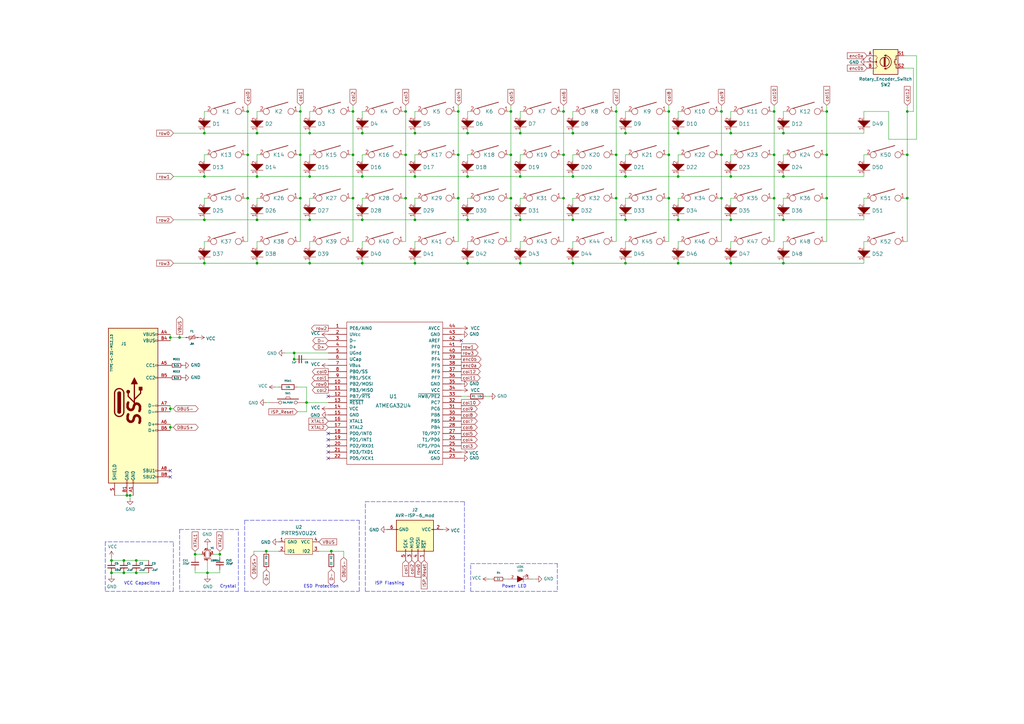
<source format=kicad_sch>
(kicad_sch (version 20211123) (generator eeschema)
  (paper "A3")
  (junction (at 187.96 81.28))
  (junction (at 170.18 90.17))
  (junction (at 191.77 107.95))
  (junction (at 101.6 45.72))
  (junction (at 73.66 138.43))
  (junction (at 231.14 81.28))
  (junction (at 299.72 90.17))
  (junction (at 123.19 45.72))
  (junction (at 209.55 81.28))
  (junction (at 105.41 54.61))
  (junction (at 213.36 107.95))
  (junction (at 101.6 81.28))
  (junction (at 123.19 63.5))
  (junction (at 278.13 72.39))
  (junction (at 274.32 45.72))
  (junction (at 127 54.61))
  (junction (at 148.59 107.95))
  (junction (at 317.5 81.28))
  (junction (at 339.09 63.5))
  (junction (at 166.37 63.5))
  (junction (at 53.34 203.2))
  (junction (at 83.82 72.39))
  (junction (at 256.54 90.17))
  (junction (at 252.73 63.5))
  (junction (at 50.8 229.87))
  (junction (at 372.11 63.5))
  (junction (at 105.41 107.95))
  (junction (at 166.37 45.72))
  (junction (at 321.31 72.39))
  (junction (at 213.36 90.17))
  (junction (at 105.41 72.39))
  (junction (at 101.6 63.5))
  (junction (at 135.89 226.06))
  (junction (at 339.09 45.72))
  (junction (at 321.31 54.61))
  (junction (at 278.13 90.17))
  (junction (at 252.73 81.28))
  (junction (at 295.91 63.5))
  (junction (at 83.82 90.17))
  (junction (at 170.18 54.61))
  (junction (at 55.88 234.95))
  (junction (at 80.01 227.33))
  (junction (at 144.78 81.28))
  (junction (at 120.65 144.78))
  (junction (at 231.14 45.72))
  (junction (at 234.95 90.17))
  (junction (at 295.91 45.72))
  (junction (at 83.82 54.61))
  (junction (at 52.07 203.2))
  (junction (at 123.19 81.28))
  (junction (at 372.11 81.28))
  (junction (at 321.31 107.95))
  (junction (at 125.73 165.1))
  (junction (at 339.09 81.28))
  (junction (at 127 72.39))
  (junction (at 274.32 81.28))
  (junction (at 252.73 45.72))
  (junction (at 317.5 45.72))
  (junction (at 256.54 54.61))
  (junction (at 274.32 63.5))
  (junction (at 170.18 72.39))
  (junction (at 191.77 90.17))
  (junction (at 144.78 63.5))
  (junction (at 234.95 107.95))
  (junction (at 69.85 167.64))
  (junction (at 278.13 54.61))
  (junction (at 148.59 72.39))
  (junction (at 109.22 226.06))
  (junction (at 55.88 229.87))
  (junction (at 90.17 227.33))
  (junction (at 278.13 107.95))
  (junction (at 45.72 229.87))
  (junction (at 85.09 234.95))
  (junction (at 50.8 234.95))
  (junction (at 105.41 90.17))
  (junction (at 317.5 63.5))
  (junction (at 299.72 72.39))
  (junction (at 295.91 81.28))
  (junction (at 231.14 63.5))
  (junction (at 83.82 107.95))
  (junction (at 170.18 107.95))
  (junction (at 299.72 54.61))
  (junction (at 209.55 63.5))
  (junction (at 127 90.17))
  (junction (at 144.78 45.72))
  (junction (at 299.72 107.95))
  (junction (at 166.37 81.28))
  (junction (at 187.96 63.5))
  (junction (at 256.54 107.95))
  (junction (at 45.72 234.95))
  (junction (at 187.96 45.72))
  (junction (at 69.85 138.43))
  (junction (at 120.65 147.32))
  (junction (at 209.55 45.72))
  (junction (at 191.77 54.61))
  (junction (at 191.77 72.39))
  (junction (at 127 107.95))
  (junction (at 213.36 72.39))
  (junction (at 69.85 175.26))
  (junction (at 321.31 90.17))
  (junction (at 234.95 54.61))
  (junction (at 234.95 72.39))
  (junction (at 213.36 54.61))
  (junction (at 256.54 72.39))
  (junction (at 148.59 90.17))
  (junction (at 148.59 54.61))
  (junction (at 372.11 45.72))
  (no_connect (at 134.62 182.88))
  (no_connect (at 134.62 187.96))
  (no_connect (at 189.23 139.7))
  (no_connect (at 69.85 193.04))
  (no_connect (at 134.62 177.8))
  (no_connect (at 134.62 180.34))
  (no_connect (at 134.62 162.56))
  (no_connect (at 69.85 195.58))
  (no_connect (at 134.62 185.42))
  (wire (pts (xy 209.55 63.5) (xy 209.55 81.28)))
  (polyline (pts (xy 100.33 242.57) (xy 100.33 213.36)))
  (wire (pts (xy 106.68 45.72) (xy 105.41 45.72)))
  (wire (pts (xy 110.49 165.1) (xy 109.22 165.1)))
  (wire (pts (xy 295.91 81.28) (xy 295.91 99.06)))
  (wire (pts (xy 69.85 138.43) (xy 69.85 139.7)))
  (wire (pts (xy 187.96 63.5) (xy 186.69 63.5)))
  (wire (pts (xy 128.27 45.72) (xy 127 45.72)))
  (wire (pts (xy 85.09 45.72) (xy 83.82 45.72)))
  (wire (pts (xy 234.95 88.9) (xy 234.95 90.17)))
  (wire (pts (xy 274.32 45.72) (xy 274.32 63.5)))
  (wire (pts (xy 170.18 107.95) (xy 191.77 107.95)))
  (wire (pts (xy 127 90.17) (xy 148.59 90.17)))
  (wire (pts (xy 170.18 71.12) (xy 170.18 72.39)))
  (polyline (pts (xy 73.66 242.57) (xy 97.79 242.57)))
  (wire (pts (xy 231.14 63.5) (xy 231.14 81.28)))
  (wire (pts (xy 299.72 54.61) (xy 321.31 54.61)))
  (wire (pts (xy 140.97 226.06) (xy 140.97 228.6)))
  (wire (pts (xy 256.54 88.9) (xy 256.54 90.17)))
  (wire (pts (xy 105.41 106.68) (xy 105.41 107.95)))
  (wire (pts (xy 127 107.95) (xy 148.59 107.95)))
  (wire (pts (xy 278.13 99.06) (xy 278.13 101.6)))
  (wire (pts (xy 256.54 99.06) (xy 256.54 101.6)))
  (wire (pts (xy 300.99 45.72) (xy 299.72 45.72)))
  (wire (pts (xy 73.66 138.43) (xy 76.2 138.43)))
  (wire (pts (xy 127 99.06) (xy 127 101.6)))
  (wire (pts (xy 191.77 54.61) (xy 213.36 54.61)))
  (wire (pts (xy 71.12 54.61) (xy 83.82 54.61)))
  (wire (pts (xy 339.09 43.18) (xy 339.09 45.72)))
  (wire (pts (xy 83.82 99.06) (xy 83.82 101.6)))
  (wire (pts (xy 209.55 81.28) (xy 209.55 99.06)))
  (wire (pts (xy 127 81.28) (xy 127 83.82)))
  (wire (pts (xy 317.5 99.06) (xy 316.23 99.06)))
  (wire (pts (xy 53.34 203.2) (xy 53.34 204.47)))
  (wire (pts (xy 166.37 63.5) (xy 166.37 81.28)))
  (wire (pts (xy 149.86 63.5) (xy 148.59 63.5)))
  (wire (pts (xy 171.45 45.72) (xy 170.18 45.72)))
  (wire (pts (xy 45.72 234.95) (xy 45.72 236.22)))
  (wire (pts (xy 127 88.9) (xy 127 90.17)))
  (wire (pts (xy 252.73 63.5) (xy 252.73 81.28)))
  (wire (pts (xy 294.64 81.28) (xy 295.91 81.28)))
  (wire (pts (xy 109.22 226.06) (xy 104.14 226.06)))
  (wire (pts (xy 251.46 81.28) (xy 252.73 81.28)))
  (wire (pts (xy 218.44 237.49) (xy 219.71 237.49)))
  (polyline (pts (xy 43.18 242.57) (xy 71.12 242.57)))
  (wire (pts (xy 125.73 165.1) (xy 125.73 168.91)))
  (wire (pts (xy 116.84 144.78) (xy 120.65 144.78)))
  (wire (pts (xy 299.72 106.68) (xy 299.72 107.95)))
  (wire (pts (xy 106.68 63.5) (xy 105.41 63.5)))
  (wire (pts (xy 274.32 63.5) (xy 274.32 81.28)))
  (wire (pts (xy 214.63 99.06) (xy 213.36 99.06)))
  (wire (pts (xy 209.55 99.06) (xy 208.28 99.06)))
  (wire (pts (xy 83.82 45.72) (xy 83.82 48.26)))
  (wire (pts (xy 257.81 63.5) (xy 256.54 63.5)))
  (wire (pts (xy 130.81 226.06) (xy 135.89 226.06)))
  (wire (pts (xy 295.91 43.18) (xy 295.91 45.72)))
  (wire (pts (xy 339.09 45.72) (xy 339.09 63.5)))
  (wire (pts (xy 214.63 63.5) (xy 213.36 63.5)))
  (wire (pts (xy 299.72 90.17) (xy 321.31 90.17)))
  (wire (pts (xy 144.78 63.5) (xy 143.51 63.5)))
  (wire (pts (xy 321.31 81.28) (xy 321.31 83.82)))
  (wire (pts (xy 121.92 45.72) (xy 123.19 45.72)))
  (wire (pts (xy 193.04 99.06) (xy 191.77 99.06)))
  (wire (pts (xy 125.73 158.75) (xy 125.73 165.1)))
  (wire (pts (xy 104.14 226.06) (xy 104.14 227.33)))
  (wire (pts (xy 234.95 72.39) (xy 256.54 72.39)))
  (wire (pts (xy 144.78 45.72) (xy 144.78 63.5)))
  (wire (pts (xy 355.6 63.5) (xy 354.33 63.5)))
  (wire (pts (xy 354.33 45.72) (xy 354.33 48.26)))
  (wire (pts (xy 354.33 45.72) (xy 364.49 45.72)))
  (wire (pts (xy 85.09 234.95) (xy 90.17 234.95)))
  (wire (pts (xy 105.41 72.39) (xy 127 72.39)))
  (polyline (pts (xy 228.6 242.57) (xy 193.04 242.57)))
  (wire (pts (xy 85.09 99.06) (xy 83.82 99.06)))
  (wire (pts (xy 300.99 81.28) (xy 299.72 81.28)))
  (wire (pts (xy 374.65 45.72) (xy 372.11 45.72)))
  (wire (pts (xy 234.95 45.72) (xy 234.95 48.26)))
  (wire (pts (xy 120.65 147.32) (xy 124.46 147.32)))
  (wire (pts (xy 170.18 90.17) (xy 191.77 90.17)))
  (polyline (pts (xy 73.66 217.17) (xy 73.66 242.57)))
  (wire (pts (xy 354.33 90.17) (xy 354.33 88.9)))
  (wire (pts (xy 295.91 45.72) (xy 295.91 63.5)))
  (wire (pts (xy 85.09 229.87) (xy 85.09 234.95)))
  (wire (pts (xy 372.11 43.18) (xy 372.11 45.72)))
  (wire (pts (xy 69.85 167.64) (xy 69.85 168.91)))
  (polyline (pts (xy 190.5 242.57) (xy 149.86 242.57)))
  (wire (pts (xy 106.68 99.06) (xy 105.41 99.06)))
  (wire (pts (xy 299.72 99.06) (xy 299.72 101.6)))
  (wire (pts (xy 370.84 22.86) (xy 375.92 22.86)))
  (wire (pts (xy 354.33 63.5) (xy 354.33 66.04)))
  (wire (pts (xy 231.14 43.18) (xy 231.14 45.72)))
  (wire (pts (xy 354.33 107.95) (xy 354.33 106.68)))
  (wire (pts (xy 123.19 81.28) (xy 123.19 99.06)))
  (wire (pts (xy 106.68 81.28) (xy 105.41 81.28)))
  (wire (pts (xy 85.09 234.95) (xy 85.09 236.22)))
  (wire (pts (xy 120.65 147.32) (xy 120.65 144.78)))
  (wire (pts (xy 213.36 71.12) (xy 213.36 72.39)))
  (wire (pts (xy 236.22 99.06) (xy 234.95 99.06)))
  (wire (pts (xy 375.92 22.86) (xy 375.92 57.15)))
  (wire (pts (xy 256.54 54.61) (xy 278.13 54.61)))
  (wire (pts (xy 322.58 63.5) (xy 321.31 63.5)))
  (wire (pts (xy 170.18 72.39) (xy 191.77 72.39)))
  (wire (pts (xy 148.59 90.17) (xy 170.18 90.17)))
  (wire (pts (xy 71.12 175.26) (xy 69.85 175.26)))
  (wire (pts (xy 321.31 63.5) (xy 321.31 66.04)))
  (wire (pts (xy 256.54 63.5) (xy 256.54 66.04)))
  (wire (pts (xy 127 54.61) (xy 148.59 54.61)))
  (wire (pts (xy 339.09 99.06) (xy 337.82 99.06)))
  (wire (pts (xy 321.31 90.17) (xy 321.31 88.9)))
  (wire (pts (xy 83.82 54.61) (xy 105.41 54.61)))
  (wire (pts (xy 299.72 53.34) (xy 299.72 54.61)))
  (wire (pts (xy 372.11 63.5) (xy 372.11 81.28)))
  (wire (pts (xy 50.8 234.95) (xy 45.72 234.95)))
  (wire (pts (xy 187.96 63.5) (xy 187.96 81.28)))
  (wire (pts (xy 105.41 63.5) (xy 105.41 66.04)))
  (wire (pts (xy 149.86 99.06) (xy 148.59 99.06)))
  (wire (pts (xy 321.31 72.39) (xy 321.31 71.12)))
  (wire (pts (xy 144.78 63.5) (xy 144.78 81.28)))
  (wire (pts (xy 83.82 53.34) (xy 83.82 54.61)))
  (wire (pts (xy 354.33 99.06) (xy 354.33 101.6)))
  (wire (pts (xy 191.77 53.34) (xy 191.77 54.61)))
  (wire (pts (xy 101.6 43.18) (xy 101.6 45.72)))
  (wire (pts (xy 100.33 45.72) (xy 101.6 45.72)))
  (polyline (pts (xy 149.86 242.57) (xy 149.86 205.74)))
  (wire (pts (xy 339.09 81.28) (xy 339.09 99.06)))
  (wire (pts (xy 170.18 63.5) (xy 170.18 66.04)))
  (wire (pts (xy 125.73 168.91) (xy 121.92 168.91)))
  (wire (pts (xy 165.1 81.28) (xy 166.37 81.28)))
  (wire (pts (xy 193.04 63.5) (xy 191.77 63.5)))
  (wire (pts (xy 123.19 63.5) (xy 123.19 81.28)))
  (wire (pts (xy 209.55 45.72) (xy 209.55 63.5)))
  (wire (pts (xy 370.84 81.28) (xy 372.11 81.28)))
  (wire (pts (xy 52.07 203.2) (xy 53.34 203.2)))
  (wire (pts (xy 300.99 63.5) (xy 299.72 63.5)))
  (wire (pts (xy 166.37 45.72) (xy 166.37 63.5)))
  (wire (pts (xy 114.3 226.06) (xy 109.22 226.06)))
  (wire (pts (xy 278.13 71.12) (xy 278.13 72.39)))
  (wire (pts (xy 45.72 228.6) (xy 45.72 229.87)))
  (wire (pts (xy 274.32 63.5) (xy 273.05 63.5)))
  (wire (pts (xy 166.37 43.18) (xy 166.37 45.72)))
  (wire (pts (xy 50.8 229.87) (xy 45.72 229.87)))
  (wire (pts (xy 355.6 81.28) (xy 354.33 81.28)))
  (wire (pts (xy 127 106.68) (xy 127 107.95)))
  (wire (pts (xy 214.63 81.28) (xy 213.36 81.28)))
  (wire (pts (xy 121.92 158.75) (xy 125.73 158.75)))
  (wire (pts (xy 294.64 45.72) (xy 295.91 45.72)))
  (wire (pts (xy 100.33 81.28) (xy 101.6 81.28)))
  (wire (pts (xy 60.96 229.87) (xy 55.88 229.87)))
  (wire (pts (xy 120.65 144.78) (xy 134.62 144.78)))
  (wire (pts (xy 234.95 99.06) (xy 234.95 101.6)))
  (wire (pts (xy 295.91 63.5) (xy 294.64 63.5)))
  (wire (pts (xy 69.85 137.16) (xy 69.85 138.43)))
  (wire (pts (xy 71.12 167.64) (xy 69.85 167.64)))
  (polyline (pts (xy 190.5 205.74) (xy 190.5 242.57)))
  (wire (pts (xy 191.77 106.68) (xy 191.77 107.95)))
  (wire (pts (xy 189.23 162.56) (xy 191.77 162.56)))
  (wire (pts (xy 257.81 45.72) (xy 256.54 45.72)))
  (wire (pts (xy 256.54 45.72) (xy 256.54 48.26)))
  (wire (pts (xy 83.82 107.95) (xy 71.12 107.95)))
  (wire (pts (xy 299.72 71.12) (xy 299.72 72.39)))
  (wire (pts (xy 170.18 45.72) (xy 170.18 48.26)))
  (wire (pts (xy 128.27 63.5) (xy 127 63.5)))
  (wire (pts (xy 83.82 106.68) (xy 83.82 107.95)))
  (wire (pts (xy 148.59 72.39) (xy 170.18 72.39)))
  (wire (pts (xy 256.54 90.17) (xy 278.13 90.17)))
  (wire (pts (xy 295.91 63.5) (xy 295.91 81.28)))
  (wire (pts (xy 90.17 227.33) (xy 90.17 226.06)))
  (wire (pts (xy 83.82 72.39) (xy 105.41 72.39)))
  (wire (pts (xy 200.66 237.49) (xy 201.93 237.49)))
  (wire (pts (xy 234.95 81.28) (xy 234.95 83.82)))
  (wire (pts (xy 364.49 45.72) (xy 364.49 57.15)))
  (wire (pts (xy 85.09 223.52) (xy 85.09 224.79)))
  (wire (pts (xy 354.33 54.61) (xy 354.33 53.34)))
  (wire (pts (xy 213.36 88.9) (xy 213.36 90.17)))
  (wire (pts (xy 299.72 45.72) (xy 299.72 48.26)))
  (wire (pts (xy 83.82 107.95) (xy 105.41 107.95)))
  (wire (pts (xy 83.82 88.9) (xy 83.82 90.17)))
  (wire (pts (xy 148.59 45.72) (xy 148.59 48.26)))
  (wire (pts (xy 257.81 81.28) (xy 256.54 81.28)))
  (wire (pts (xy 171.45 81.28) (xy 170.18 81.28)))
  (wire (pts (xy 191.77 45.72) (xy 191.77 48.26)))
  (wire (pts (xy 80.01 233.68) (xy 80.01 234.95)))
  (polyline (pts (xy 147.32 213.36) (xy 147.32 242.57)))
  (wire (pts (xy 148.59 106.68) (xy 148.59 107.95)))
  (wire (pts (xy 105.41 71.12) (xy 105.41 72.39)))
  (wire (pts (xy 322.58 81.28) (xy 321.31 81.28)))
  (wire (pts (xy 209.55 63.5) (xy 208.28 63.5)))
  (wire (pts (xy 317.5 81.28) (xy 317.5 99.06)))
  (wire (pts (xy 274.32 43.18) (xy 274.32 45.72)))
  (wire (pts (xy 213.36 90.17) (xy 234.95 90.17)))
  (wire (pts (xy 256.54 71.12) (xy 256.54 72.39)))
  (wire (pts (xy 144.78 99.06) (xy 143.51 99.06)))
  (wire (pts (xy 213.36 45.72) (xy 213.36 48.26)))
  (wire (pts (xy 191.77 81.28) (xy 191.77 83.82)))
  (wire (pts (xy 187.96 99.06) (xy 186.69 99.06)))
  (wire (pts (xy 256.54 81.28) (xy 256.54 83.82)))
  (wire (pts (xy 322.58 99.06) (xy 321.31 99.06)))
  (wire (pts (xy 208.28 81.28) (xy 209.55 81.28)))
  (wire (pts (xy 80.01 227.33) (xy 80.01 228.6)))
  (wire (pts (xy 252.73 81.28) (xy 252.73 99.06)))
  (wire (pts (xy 229.87 81.28) (xy 231.14 81.28)))
  (wire (pts (xy 125.73 147.32) (xy 134.62 147.32)))
  (wire (pts (xy 191.77 63.5) (xy 191.77 66.04)))
  (wire (pts (xy 69.85 138.43) (xy 73.66 138.43)))
  (wire (pts (xy 127 72.39) (xy 148.59 72.39)))
  (wire (pts (xy 234.95 90.17) (xy 256.54 90.17)))
  (wire (pts (xy 149.86 81.28) (xy 148.59 81.28)))
  (wire (pts (xy 316.23 45.72) (xy 317.5 45.72)))
  (wire (pts (xy 213.36 53.34) (xy 213.36 54.61)))
  (wire (pts (xy 355.6 99.06) (xy 354.33 99.06)))
  (wire (pts (xy 234.95 53.34) (xy 234.95 54.61)))
  (wire (pts (xy 337.82 45.72) (xy 339.09 45.72)))
  (wire (pts (xy 46.99 203.2) (xy 52.07 203.2)))
  (wire (pts (xy 213.36 99.06) (xy 213.36 101.6)))
  (wire (pts (xy 123.19 43.18) (xy 123.19 45.72)))
  (wire (pts (xy 166.37 81.28) (xy 166.37 99.06)))
  (wire (pts (xy 354.33 72.39) (xy 354.33 71.12)))
  (wire (pts (xy 279.4 63.5) (xy 278.13 63.5)))
  (wire (pts (xy 321.31 90.17) (xy 354.33 90.17)))
  (polyline (pts (xy 193.04 242.57) (xy 193.04 231.14)))
  (wire (pts (xy 128.27 99.06) (xy 127 99.06)))
  (wire (pts (xy 101.6 63.5) (xy 101.6 81.28)))
  (wire (pts (xy 143.51 45.72) (xy 144.78 45.72)))
  (wire (pts (xy 170.18 88.9) (xy 170.18 90.17)))
  (wire (pts (xy 273.05 81.28) (xy 274.32 81.28)))
  (wire (pts (xy 170.18 54.61) (xy 191.77 54.61)))
  (wire (pts (xy 372.11 45.72) (xy 372.11 63.5)))
  (wire (pts (xy 252.73 43.18) (xy 252.73 45.72)))
  (wire (pts (xy 256.54 53.34) (xy 256.54 54.61)))
  (wire (pts (xy 85.09 81.28) (xy 83.82 81.28)))
  (wire (pts (xy 278.13 88.9) (xy 278.13 90.17)))
  (wire (pts (xy 231.14 81.28) (xy 231.14 99.06)))
  (wire (pts (xy 278.13 53.34) (xy 278.13 54.61)))
  (wire (pts (xy 299.72 107.95) (xy 321.31 107.95)))
  (wire (pts (xy 299.72 72.39) (xy 321.31 72.39)))
  (wire (pts (xy 85.09 63.5) (xy 83.82 63.5)))
  (wire (pts (xy 213.36 54.61) (xy 234.95 54.61)))
  (wire (pts (xy 55.88 229.87) (xy 50.8 229.87)))
  (wire (pts (xy 191.77 99.06) (xy 191.77 101.6)))
  (wire (pts (xy 213.36 106.68) (xy 213.36 107.95)))
  (wire (pts (xy 209.55 43.18) (xy 209.55 45.72)))
  (wire (pts (xy 105.41 99.06) (xy 105.41 101.6)))
  (wire (pts (xy 213.36 81.28) (xy 213.36 83.82)))
  (wire (pts (xy 317.5 63.5) (xy 316.23 63.5)))
  (wire (pts (xy 127 63.5) (xy 127 66.04)))
  (wire (pts (xy 295.91 99.06) (xy 294.64 99.06)))
  (wire (pts (xy 191.77 88.9) (xy 191.77 90.17)))
  (wire (pts (xy 256.54 107.95) (xy 278.13 107.95)))
  (wire (pts (xy 321.31 45.72) (xy 321.31 48.26)))
  (wire (pts (xy 83.82 72.39) (xy 71.12 72.39)))
  (polyline (pts (xy 43.18 222.25) (xy 43.18 242.57)))
  (wire (pts (xy 278.13 63.5) (xy 278.13 66.04)))
  (wire (pts (xy 127 53.34) (xy 127 54.61)))
  (wire (pts (xy 90.17 234.95) (xy 90.17 233.68)))
  (wire (pts (xy 337.82 81.28) (xy 339.09 81.28)))
  (wire (pts (xy 105.41 54.61) (xy 127 54.61)))
  (wire (pts (xy 321.31 54.61) (xy 321.31 53.34)))
  (wire (pts (xy 278.13 107.95) (xy 299.72 107.95)))
  (wire (pts (xy 105.41 88.9) (xy 105.41 90.17)))
  (wire (pts (xy 171.45 99.06) (xy 170.18 99.06)))
  (wire (pts (xy 317.5 63.5) (xy 317.5 81.28)))
  (wire (pts (xy 186.69 45.72) (xy 187.96 45.72)))
  (wire (pts (xy 69.85 175.26) (xy 69.85 176.53)))
  (wire (pts (xy 231.14 63.5) (xy 229.87 63.5)))
  (wire (pts (xy 234.95 107.95) (xy 256.54 107.95)))
  (wire (pts (xy 134.62 165.1) (xy 125.73 165.1)))
  (polyline (pts (xy 100.33 213.36) (xy 147.32 213.36)))
  (wire (pts (xy 252.73 63.5) (xy 251.46 63.5)))
  (wire (pts (xy 90.17 227.33) (xy 90.17 228.6)))
  (wire (pts (xy 236.22 81.28) (xy 234.95 81.28)))
  (wire (pts (xy 105.41 81.28) (xy 105.41 83.82)))
  (wire (pts (xy 321.31 99.06) (xy 321.31 101.6)))
  (wire (pts (xy 114.3 158.75) (xy 113.03 158.75)))
  (wire (pts (xy 231.14 45.72) (xy 231.14 63.5)))
  (wire (pts (xy 278.13 81.28) (xy 278.13 83.82)))
  (wire (pts (xy 123.19 63.5) (xy 121.92 63.5)))
  (wire (pts (xy 300.99 99.06) (xy 299.72 99.06)))
  (wire (pts (xy 213.36 107.95) (xy 234.95 107.95)))
  (wire (pts (xy 82.55 227.33) (xy 80.01 227.33)))
  (wire (pts (xy 144.78 81.28) (xy 144.78 99.06)))
  (wire (pts (xy 191.77 72.39) (xy 213.36 72.39)))
  (wire (pts (xy 279.4 45.72) (xy 278.13 45.72)))
  (wire (pts (xy 199.39 162.56) (xy 200.66 162.56)))
  (wire (pts (xy 55.88 234.95) (xy 50.8 234.95)))
  (wire (pts (xy 170.18 99.06) (xy 170.18 101.6)))
  (wire (pts (xy 252.73 99.06) (xy 251.46 99.06)))
  (wire (pts (xy 123.19 45.72) (xy 123.19 63.5)))
  (wire (pts (xy 148.59 54.61) (xy 170.18 54.61)))
  (wire (pts (xy 171.45 63.5) (xy 170.18 63.5)))
  (wire (pts (xy 251.46 45.72) (xy 252.73 45.72)))
  (wire (pts (xy 105.41 53.34) (xy 105.41 54.61)))
  (wire (pts (xy 135.89 226.06) (xy 140.97 226.06)))
  (wire (pts (xy 60.96 234.95) (xy 55.88 234.95)))
  (polyline (pts (xy 100.33 242.57) (xy 147.32 242.57)))
  (wire (pts (xy 128.27 81.28) (xy 127 81.28)))
  (wire (pts (xy 213.36 63.5) (xy 213.36 66.04)))
  (wire (pts (xy 144.78 43.18) (xy 144.78 45.72)))
  (wire (pts (xy 278.13 54.61) (xy 299.72 54.61)))
  (wire (pts (xy 252.73 45.72) (xy 252.73 63.5)))
  (wire (pts (xy 166.37 99.06) (xy 165.1 99.06)))
  (wire (pts (xy 317.5 45.72) (xy 317.5 63.5)))
  (wire (pts (xy 53.34 203.2) (xy 54.61 203.2)))
  (wire (pts (xy 234.95 71.12) (xy 234.95 72.39)))
  (wire (pts (xy 316.23 81.28) (xy 317.5 81.28)))
  (wire (pts (xy 148.59 71.12) (xy 148.59 72.39)))
  (wire (pts (xy 231.14 99.06) (xy 229.87 99.06)))
  (wire (pts (xy 148.59 53.34) (xy 148.59 54.61)))
  (wire (pts (xy 105.41 45.72) (xy 105.41 48.26)))
  (wire (pts (xy 236.22 63.5) (xy 234.95 63.5)))
  (wire (pts (xy 207.01 237.49) (xy 208.28 237.49)))
  (wire (pts (xy 372.11 63.5) (xy 370.84 63.5)))
  (polyline (pts (xy 149.86 205.74) (xy 190.5 205.74)))
  (wire (pts (xy 170.18 53.34) (xy 170.18 54.61)))
  (wire (pts (xy 166.37 63.5) (xy 165.1 63.5)))
  (wire (pts (xy 214.63 45.72) (xy 213.36 45.72)))
  (wire (pts (xy 213.36 72.39) (xy 234.95 72.39)))
  (wire (pts (xy 83.82 63.5) (xy 83.82 66.04)))
  (wire (pts (xy 256.54 72.39) (xy 278.13 72.39)))
  (wire (pts (xy 364.49 57.15) (xy 375.92 57.15)))
  (wire (pts (xy 374.65 27.94) (xy 374.65 45.72)))
  (wire (pts (xy 148.59 63.5) (xy 148.59 66.04)))
  (wire (pts (xy 273.05 45.72) (xy 274.32 45.72)))
  (wire (pts (xy 321.31 107.95) (xy 354.33 107.95)))
  (wire (pts (xy 148.59 107.95) (xy 170.18 107.95)))
  (wire (pts (xy 236.22 45.72) (xy 234.95 45.72)))
  (wire (pts (xy 87.63 227.33) (xy 90.17 227.33)))
  (polyline (pts (xy 73.66 217.17) (xy 97.79 217.17)))
  (wire (pts (xy 187.96 43.18) (xy 187.96 45.72)))
  (wire (pts (xy 187.96 81.28) (xy 187.96 99.06)))
  (wire (pts (xy 105.41 107.95) (xy 127 107.95)))
  (wire (pts (xy 143.51 81.28) (xy 144.78 81.28)))
  (wire (pts (xy 279.4 81.28) (xy 278.13 81.28)))
  (wire (pts (xy 127 45.72) (xy 127 48.26)))
  (wire (pts (xy 234.95 63.5) (xy 234.95 66.04)))
  (wire (pts (xy 278.13 106.68) (xy 278.13 107.95)))
  (wire (pts (xy 80.01 227.33) (xy 80.01 226.06)))
  (wire (pts (xy 80.01 234.95) (xy 85.09 234.95)))
  (wire (pts (xy 83.82 90.17) (xy 105.41 90.17)))
  (wire (pts (xy 83.82 90.17) (xy 71.12 90.17)))
  (wire (pts (xy 69.85 166.37) (xy 69.85 167.64)))
  (wire (pts (xy 127 71.12) (xy 127 72.39)))
  (polyline (pts (xy 71.12 222.25) (xy 43.18 222.25)))
  (wire (pts (xy 193.04 45.72) (xy 191.77 45.72)))
  (wire (pts (xy 229.87 45.72) (xy 231.14 45.72)))
  (wire (pts (xy 148.59 88.9) (xy 148.59 90.17)))
  (wire (pts (xy 148.59 81.28) (xy 148.59 83.82)))
  (wire (pts (xy 101.6 99.06) (xy 100.33 99.06)))
  (wire (pts (xy 149.86 45.72) (xy 148.59 45.72)))
  (wire (pts (xy 187.96 45.72) (xy 187.96 63.5)))
  (wire (pts (xy 278.13 72.39) (xy 299.72 72.39)))
  (wire (pts (xy 101.6 81.28) (xy 101.6 99.06)))
  (wire (pts (xy 165.1 45.72) (xy 166.37 45.72)))
  (wire (pts (xy 321.31 107.95) (xy 321.31 106.68)))
  (wire (pts (xy 274.32 81.28) (xy 274.32 99.06)))
  (wire (pts (xy 322.58 45.72) (xy 321.31 45.72)))
  (wire (pts (xy 234.95 106.68) (xy 234.95 107.95)))
  (wire (pts (xy 208.28 45.72) (xy 209.55 45.72)))
  (wire (pts (xy 256.54 106.68) (xy 256.54 107.95)))
  (wire (pts (xy 170.18 106.68) (xy 170.18 107.95)))
  (wire (pts (xy 321.31 72.39) (xy 354.33 72.39)))
  (wire (pts (xy 186.69 81.28) (xy 187.96 81.28)))
  (wire (pts (xy 83.82 71.12) (xy 83.82 72.39)))
  (wire (pts (xy 372.11 99.06) (xy 370.84 99.06)))
  (wire (pts (xy 299.72 63.5) (xy 299.72 66.04)))
  (wire (pts (xy 278.13 90.17) (xy 299.72 90.17)))
  (wire (pts (xy 339.09 63.5) (xy 337.82 63.5)))
  (wire (pts (xy 257.81 99.06) (xy 256.54 99.06)))
  (wire (pts (xy 370.84 27.94) (xy 374.65 27.94)))
  (polyline (pts (xy 193.04 231.14) (xy 228.6 231.14)))
  (wire (pts (xy 148.59 99.06) (xy 148.59 101.6)))
  (wire (pts (xy 170.18 81.28) (xy 170.18 83.82)))
  (wire (pts (xy 191.77 90.17) (xy 213.36 90.17)))
  (wire (pts (xy 274.32 99.06) (xy 273.05 99.06)))
  (wire (pts (xy 73.66 137.16) (xy 73.66 138.43)))
  (wire (pts (xy 279.4 99.06) (xy 278.13 99.06)))
  (wire (pts (xy 299.72 81.28) (xy 299.72 83.82)))
  (wire (pts (xy 105.41 90.17) (xy 127 90.17)))
  (wire (pts (xy 193.04 81.28) (xy 191.77 81.28)))
  (wire (pts (xy 101.6 45.72) (xy 101.6 63.5)))
  (wire (pts (xy 121.92 81.28) (xy 123.19 81.28)))
  (wire (pts (xy 191.77 107.95) (xy 213.36 107.95)))
  (wire (pts (xy 339.09 63.5) (xy 339.09 81.28)))
  (wire (pts (xy 69.85 173.99) (xy 69.85 175.26)))
  (wire (pts (xy 191.77 71.12) (xy 191.77 72.39)))
  (wire (pts (xy 123.19 99.06) (xy 121.92 99.06)))
  (wire (pts (xy 317.5 43.18) (xy 317.5 45.72)))
  (polyline (pts (xy 97.79 242.57) (xy 97.79 217.17)))
  (wire (pts (xy 278.13 45.72) (xy 278.13 48.26)))
  (wire (pts (xy 372.11 81.28) (xy 372.11 99.06)))
  (wire (pts (xy 83.82 81.28) (xy 83.82 83.82)))
  (wire (pts (xy 354.33 81.28) (xy 354.33 83.82)))
  (wire (pts (xy 299.72 88.9) (xy 299.72 90.17)))
  (polyline (pts (xy 71.12 242.57) (xy 71.12 222.25)))
  (polyline (pts (xy 228.6 231.14) (xy 228.6 242.57)))
  (wire (pts (xy 101.6 63.5) (xy 100.33 63.5)))
  (wire (pts (xy 234.95 54.61) (xy 256.54 54.61)))
  (wire (pts (xy 321.31 54.61) (xy 354.33 54.61)))
  (text "ESD Protection" (at 124.46 241.3 0) (effects (font (size 1.27 1.27)) (justify left bottom)))
  (text "Crystal" (at 90.17 241.3 0) (effects (font (size 1.27 1.27)) (justify left bottom)))
  (text "Power LED" (at 205.74 241.3 0) (effects (font (size 1.27 1.27)) (justify left bottom)))
  (text "VCC Capacitors" (at 50.8 240.03 0) (effects (font (size 1.27 1.27)) (justify left bottom)))
  (text "ISP Flashing" (at 153.67 240.03 0) (effects (font (size 1.27 1.27)) (justify left bottom)))
  (global_label "VBUS" (shape input) (at 130.81 222.25 0) (property "Intersheet References" "${INTERSHEET_REFS}" (effects hide)))
  (global_label "col8" (shape input) (at 274.32 43.18 90) (property "Intersheet References" "${INTERSHEET_REFS}" (effects hide)))
  (global_label "col2" (shape input) (at 168.91 229.87 270) (property "Intersheet References" "${INTERSHEET_REFS}" (effects hide)))
  (global_label "enc0a" (shape output) (at 189.23 149.86 0) (property "Intersheet References" "${INTERSHEET_REFS}" (effects hide)))
  (global_label "col4" (shape input) (at 187.96 43.18 90) (property "Intersheet References" "${INTERSHEET_REFS}" (effects hide)))
  (global_label "col7" (shape output) (at 189.23 172.72 0) (property "Intersheet References" "${INTERSHEET_REFS}" (effects hide)))
  (global_label "row2" (shape input) (at 71.12 90.17 180) (property "Intersheet References" "${INTERSHEET_REFS}" (effects hide)))
  (global_label "col0" (shape output) (at 134.62 152.4 180) (property "Intersheet References" "${INTERSHEET_REFS}" (effects hide)))
  (global_label "col2" (shape input) (at 144.78 43.18 90) (property "Intersheet References" "${INTERSHEET_REFS}" (effects hide)))
  (global_label "XTAL1" (shape input) (at 80.01 226.06 90) (property "Intersheet References" "${INTERSHEET_REFS}" (effects hide)))
  (global_label "D+" (shape bidirectional) (at 134.62 142.24 180) (property "Intersheet References" "${INTERSHEET_REFS}" (effects hide)))
  (global_label "row0" (shape output) (at 134.62 157.48 180) (property "Intersheet References" "${INTERSHEET_REFS}" (effects hide)))
  (global_label "VBUS" (shape output) (at 73.66 137.16 90) (property "Intersheet References" "${INTERSHEET_REFS}" (effects hide)))
  (global_label "col4" (shape output) (at 189.23 180.34 0) (property "Intersheet References" "${INTERSHEET_REFS}" (effects hide)))
  (global_label "row3" (shape input) (at 71.12 107.95 180) (property "Intersheet References" "${INTERSHEET_REFS}" (effects hide)))
  (global_label "col3" (shape input) (at 166.37 43.18 90) (property "Intersheet References" "${INTERSHEET_REFS}" (effects hide)))
  (global_label "D+" (shape bidirectional) (at 109.22 233.68 270) (property "Intersheet References" "${INTERSHEET_REFS}" (effects hide)))
  (global_label "D-" (shape bidirectional) (at 134.62 139.7 180) (property "Intersheet References" "${INTERSHEET_REFS}" (effects hide)))
  (global_label "col12" (shape output) (at 189.23 152.4 0) (property "Intersheet References" "${INTERSHEET_REFS}" (effects hide)))
  (global_label "col7" (shape input) (at 252.73 43.18 90) (property "Intersheet References" "${INTERSHEET_REFS}" (effects hide)))
  (global_label "col5" (shape input) (at 209.55 43.18 90) (property "Intersheet References" "${INTERSHEET_REFS}" (effects hide)))
  (global_label "col9" (shape input) (at 295.91 43.18 90) (property "Intersheet References" "${INTERSHEET_REFS}" (effects hide)))
  (global_label "DBUS-" (shape bidirectional) (at 140.97 228.6 270) (property "Intersheet References" "${INTERSHEET_REFS}" (effects hide)))
  (global_label "enc0b" (shape input) (at 355.6 27.94 180) (property "Intersheet References" "${INTERSHEET_REFS}" (effects hide)))
  (global_label "col2" (shape output) (at 134.62 160.02 180) (property "Intersheet References" "${INTERSHEET_REFS}" (effects hide)))
  (global_label "col6" (shape input) (at 231.14 43.18 90) (property "Intersheet References" "${INTERSHEET_REFS}" (effects hide)))
  (global_label "row1" (shape output) (at 189.23 142.24 0) (property "Intersheet References" "${INTERSHEET_REFS}" (effects hide)))
  (global_label "col9" (shape output) (at 189.23 167.64 0) (property "Intersheet References" "${INTERSHEET_REFS}" (effects hide)))
  (global_label "D-" (shape bidirectional) (at 135.89 233.68 270) (property "Intersheet References" "${INTERSHEET_REFS}" (effects hide)))
  (global_label "enc0a" (shape input) (at 355.6 22.86 180) (property "Intersheet References" "${INTERSHEET_REFS}" (effects hide)))
  (global_label "row0" (shape input) (at 171.45 229.87 270) (property "Intersheet References" "${INTERSHEET_REFS}" (effects hide)))
  (global_label "col10" (shape output) (at 189.23 165.1 0) (property "Intersheet References" "${INTERSHEET_REFS}" (effects hide)))
  (global_label "row2" (shape output) (at 134.62 134.62 180) (property "Intersheet References" "${INTERSHEET_REFS}" (effects hide)))
  (global_label "col8" (shape output) (at 189.23 170.18 0) (property "Intersheet References" "${INTERSHEET_REFS}" (effects hide)))
  (global_label "DBUS+" (shape bidirectional) (at 71.12 175.26 0) (property "Intersheet References" "${INTERSHEET_REFS}" (effects hide)))
  (global_label "ISP_Reset" (shape input) (at 173.99 229.87 270) (property "Intersheet References" "${INTERSHEET_REFS}" (effects hide)))
  (global_label "XTAL2" (shape input) (at 90.17 226.06 90) (property "Intersheet References" "${INTERSHEET_REFS}" (effects hide)))
  (global_label "XTAL1" (shape input) (at 134.62 172.72 180) (property "Intersheet References" "${INTERSHEET_REFS}" (effects hide)))
  (global_label "col1" (shape input) (at 166.37 229.87 270) (property "Intersheet References" "${INTERSHEET_REFS}" (effects hide)))
  (global_label "row0" (shape input) (at 71.12 54.61 180) (property "Intersheet References" "${INTERSHEET_REFS}" (effects hide)))
  (global_label "col11" (shape output) (at 189.23 154.94 0) (property "Intersheet References" "${INTERSHEET_REFS}" (effects hide)))
  (global_label "ISP_Reset" (shape input) (at 121.92 168.91 180) (property "Intersheet References" "${INTERSHEET_REFS}" (effects hide)))
  (global_label "col10" (shape input) (at 317.5 43.18 90) (property "Intersheet References" "${INTERSHEET_REFS}" (effects hide)))
  (global_label "col5" (shape output) (at 189.23 177.8 0) (property "Intersheet References" "${INTERSHEET_REFS}" (effects hide)))
  (global_label "col12" (shape input) (at 372.11 43.18 90) (property "Intersheet References" "${INTERSHEET_REFS}" (effects hide)))
  (global_label "col3" (shape output) (at 189.23 182.88 0) (property "Intersheet References" "${INTERSHEET_REFS}" (effects hide)))
  (global_label "col0" (shape input) (at 101.6 43.18 90) (property "Intersheet References" "${INTERSHEET_REFS}" (effects hide)))
  (global_label "XTAL2" (shape input) (at 134.62 175.26 180) (property "Intersheet References" "${INTERSHEET_REFS}" (effects hide)))
  (global_label "row1" (shape input) (at 71.12 72.39 180) (property "Intersheet References" "${INTERSHEET_REFS}" (effects hide)))
  (global_label "col11" (shape input) (at 339.09 43.18 90) (property "Intersheet References" "${INTERSHEET_REFS}" (effects hide)))
  (global_label "col6" (shape output) (at 189.23 175.26 0) (property "Intersheet References" "${INTERSHEET_REFS}" (effects hide)))
  (global_label "row3" (shape output) (at 189.23 144.78 0) (property "Intersheet References" "${INTERSHEET_REFS}" (effects hide)))
  (global_label "col1" (shape output) (at 134.62 154.94 180) (property "Intersheet References" "${INTERSHEET_REFS}" (effects hide)))
  (global_label "DBUS+" (shape bidirectional) (at 104.14 227.33 270) (property "Intersheet References" "${INTERSHEET_REFS}" (effects hide)))
  (global_label "enc0b" (shape output) (at 189.23 147.32 0) (property "Intersheet References" "${INTERSHEET_REFS}" (effects hide)))
  (global_label "DBUS-" (shape bidirectional) (at 71.12 167.64 0) (property "Intersheet References" "${INTERSHEET_REFS}" (effects hide)))
  (global_label "col1" (shape input) (at 123.19 43.18 90) (property "Intersheet References" "${INTERSHEET_REFS}" (effects hide)))
  (symbol (lib_id "pcb-rescue:KEYSW-keyboard_parts-Ori-rescue-lucy-rescue") (at 92.71 45.72 0) (unit 1)
    (property "Reference" "K1" (at 92.71 45.72 0) (effects (font (size 1.524 1.524))))
    (property "Value" "KEYSW" (effects hide))
    (property "Footprint" "MX_Only:MXOnly-1U-Hotswap" (effects hide))
  )
  (symbol (lib_id "pcb-rescue:KEYSW-keyboard_parts-Ori-rescue-lucy-rescue") (at 92.71 63.5 0) (unit 1)
    (property "Reference" "K13" (at 92.71 63.5 0) (effects (font (size 1.524 1.524))))
    (property "Value" "KEYSW" (effects hide))
    (property "Footprint" "MX_Only:MXOnly-1U-Hotswap" (effects hide))
  )
  (symbol (lib_id "pcb-rescue:D-keyboard_parts-Ori-rescue-lucy-rescue") (at 83.82 52.07 180) (unit 1)
    (property "Reference" "D1" (at 87.0712 50.8 0) (effects (font (size 1.524 1.524)) (justify right)))
    (property "Value" "D" (effects hide))
    (property "Footprint" "Keeb_footprints:D_SOD-123_modified" (effects hide))
  )
  (symbol (lib_id "pcb-rescue:D-keyboard_parts-Ori-rescue-lucy-rescue") (at 83.82 69.85 180) (unit 1)
    (property "Reference" "D13" (at 87.0712 68.58 0) (effects (font (size 1.524 1.524)) (justify right)))
    (property "Value" "D" (effects hide))
    (property "Footprint" "Keeb_footprints:D_SOD-123_modified" (effects hide))
  )
  (symbol (lib_id "pcb-rescue:KEYSW-keyboard_parts-Ori-rescue-lucy-rescue") (at 114.3 45.72 0) (unit 1)
    (property "Reference" "K2" (at 114.3 45.72 0) (effects (font (size 1.524 1.524))))
    (property "Value" "KEYSW" (effects hide))
    (property "Footprint" "MX_Only:MXOnly-1U-Hotswap" (effects hide))
  )
  (symbol (lib_id "pcb-rescue:KEYSW-keyboard_parts-Ori-rescue-lucy-rescue") (at 114.3 63.5 0) (unit 1)
    (property "Reference" "K14" (at 114.3 63.5 0) (effects (font (size 1.524 1.524))))
    (property "Value" "KEYSW" (effects hide))
    (property "Footprint" "MX_Only:MXOnly-1U-Hotswap" (effects hide))
  )
  (symbol (lib_id "pcb-rescue:D-keyboard_parts-Ori-rescue-lucy-rescue") (at 105.41 52.07 180) (unit 1)
    (property "Reference" "D2" (at 108.6612 50.8 0) (effects (font (size 1.524 1.524)) (justify right)))
    (property "Value" "D" (effects hide))
    (property "Footprint" "Keeb_footprints:D_SOD-123_modified" (effects hide))
  )
  (symbol (lib_id "pcb-rescue:D-keyboard_parts-Ori-rescue-lucy-rescue") (at 105.41 69.85 180) (unit 1)
    (property "Reference" "D14" (at 108.6612 68.58 0) (effects (font (size 1.524 1.524)) (justify right)))
    (property "Value" "D" (effects hide))
    (property "Footprint" "Keeb_footprints:D_SOD-123_modified" (effects hide))
  )
  (symbol (lib_id "pcb-rescue:KEYSW-keyboard_parts-Ori-rescue-lucy-rescue") (at 135.89 45.72 0) (unit 1)
    (property "Reference" "K3" (at 135.89 45.72 0) (effects (font (size 1.524 1.524))))
    (property "Value" "KEYSW" (effects hide))
    (property "Footprint" "MX_Only:MXOnly-1U-Hotswap" (effects hide))
  )
  (symbol (lib_id "pcb-rescue:KEYSW-keyboard_parts-Ori-rescue-lucy-rescue") (at 135.89 63.5 0) (unit 1)
    (property "Reference" "K15" (at 135.89 63.5 0) (effects (font (size 1.524 1.524))))
    (property "Value" "KEYSW" (effects hide))
    (property "Footprint" "MX_Only:MXOnly-1U-Hotswap" (effects hide))
  )
  (symbol (lib_id "pcb-rescue:D-keyboard_parts-Ori-rescue-lucy-rescue") (at 127 52.07 180) (unit 1)
    (property "Reference" "D3" (at 130.2512 50.8 0) (effects (font (size 1.524 1.524)) (justify right)))
    (property "Value" "D" (effects hide))
    (property "Footprint" "Keeb_footprints:D_SOD-123_modified" (effects hide))
  )
  (symbol (lib_id "pcb-rescue:D-keyboard_parts-Ori-rescue-lucy-rescue") (at 127 69.85 180) (unit 1)
    (property "Reference" "D15" (at 130.2512 68.58 0) (effects (font (size 1.524 1.524)) (justify right)))
    (property "Value" "D" (effects hide))
    (property "Footprint" "Keeb_footprints:D_SOD-123_modified" (effects hide))
  )
  (symbol (lib_id "pcb-rescue:KEYSW-keyboard_parts-Ori-rescue-lucy-rescue") (at 157.48 45.72 0) (unit 1)
    (property "Reference" "K4" (at 157.48 45.72 0) (effects (font (size 1.524 1.524))))
    (property "Value" "KEYSW" (effects hide))
    (property "Footprint" "MX_Only:MXOnly-1U-Hotswap" (effects hide))
  )
  (symbol (lib_id "pcb-rescue:KEYSW-keyboard_parts-Ori-rescue-lucy-rescue") (at 157.48 63.5 0) (unit 1)
    (property "Reference" "K16" (at 157.48 63.5 0) (effects (font (size 1.524 1.524))))
    (property "Value" "KEYSW" (effects hide))
    (property "Footprint" "MX_Only:MXOnly-1U-Hotswap" (effects hide))
  )
  (symbol (lib_id "pcb-rescue:D-keyboard_parts-Ori-rescue-lucy-rescue") (at 148.59 52.07 180) (unit 1)
    (property "Reference" "D4" (at 151.8412 50.8 0) (effects (font (size 1.524 1.524)) (justify right)))
    (property "Value" "D" (effects hide))
    (property "Footprint" "Keeb_footprints:D_SOD-123_modified" (effects hide))
  )
  (symbol (lib_id "pcb-rescue:D-keyboard_parts-Ori-rescue-lucy-rescue") (at 148.59 69.85 180) (unit 1)
    (property "Reference" "D16" (at 151.8412 68.58 0) (effects (font (size 1.524 1.524)) (justify right)))
    (property "Value" "D" (effects hide))
    (property "Footprint" "Keeb_footprints:D_SOD-123_modified" (effects hide))
  )
  (symbol (lib_id "pcb-rescue:KEYSW-keyboard_parts-Ori-rescue-lucy-rescue") (at 179.07 45.72 0) (unit 1)
    (property "Reference" "K5" (at 179.07 45.72 0) (effects (font (size 1.524 1.524))))
    (property "Value" "KEYSW" (effects hide))
    (property "Footprint" "MX_Only:MXOnly-1U-Hotswap" (effects hide))
  )
  (symbol (lib_id "pcb-rescue:KEYSW-keyboard_parts-Ori-rescue-lucy-rescue") (at 179.07 63.5 0) (unit 1)
    (property "Reference" "K17" (at 179.07 63.5 0) (effects (font (size 1.524 1.524))))
    (property "Value" "KEYSW" (effects hide))
    (property "Footprint" "MX_Only:MXOnly-1U-Hotswap" (effects hide))
  )
  (symbol (lib_id "pcb-rescue:D-keyboard_parts-Ori-rescue-lucy-rescue") (at 170.18 52.07 180) (unit 1)
    (property "Reference" "D5" (at 173.4312 50.8 0) (effects (font (size 1.524 1.524)) (justify right)))
    (property "Value" "D" (effects hide))
    (property "Footprint" "Keeb_footprints:D_SOD-123_modified" (effects hide))
  )
  (symbol (lib_id "pcb-rescue:D-keyboard_parts-Ori-rescue-lucy-rescue") (at 170.18 69.85 180) (unit 1)
    (property "Reference" "D17" (at 173.4312 68.58 0) (effects (font (size 1.524 1.524)) (justify right)))
    (property "Value" "D" (effects hide))
    (property "Footprint" "Keeb_footprints:D_SOD-123_modified" (effects hide))
  )
  (symbol (lib_id "pcb-rescue:KEYSW-keyboard_parts-Ori-rescue-lucy-rescue") (at 200.66 45.72 0) (unit 1)
    (property "Reference" "K6" (at 200.66 45.72 0) (effects (font (size 1.524 1.524))))
    (property "Value" "KEYSW" (effects hide))
    (property "Footprint" "MX_Only:MXOnly-1U-Hotswap" (effects hide))
  )
  (symbol (lib_id "pcb-rescue:KEYSW-keyboard_parts-Ori-rescue-lucy-rescue") (at 200.66 63.5 0) (unit 1)
    (property "Reference" "K18" (at 200.66 63.5 0) (effects (font (size 1.524 1.524))))
    (property "Value" "KEYSW" (effects hide))
    (property "Footprint" "MX_Only:MXOnly-1U-Hotswap" (effects hide))
  )
  (symbol (lib_id "pcb-rescue:D-keyboard_parts-Ori-rescue-lucy-rescue") (at 191.77 52.07 180) (unit 1)
    (property "Reference" "D6" (at 195.0212 50.8 0) (effects (font (size 1.524 1.524)) (justify right)))
    (property "Value" "D" (effects hide))
    (property "Footprint" "Keeb_footprints:D_SOD-123_modified" (effects hide))
  )
  (symbol (lib_id "pcb-rescue:D-keyboard_parts-Ori-rescue-lucy-rescue") (at 191.77 69.85 180) (unit 1)
    (property "Reference" "D18" (at 195.0212 68.58 0) (effects (font (size 1.524 1.524)) (justify right)))
    (property "Value" "D" (effects hide))
    (property "Footprint" "Keeb_footprints:D_SOD-123_modified" (effects hide))
  )
  (symbol (lib_id "pcb-rescue:KEYSW-keyboard_parts-Ori-rescue-lucy-rescue") (at 222.25 45.72 0) (unit 1)
    (property "Reference" "K7" (at 222.25 45.72 0) (effects (font (size 1.524 1.524))))
    (property "Value" "KEYSW" (effects hide))
    (property "Footprint" "MX_Only:MXOnly-1U-Hotswap" (effects hide))
  )
  (symbol (lib_id "pcb-rescue:KEYSW-keyboard_parts-Ori-rescue-lucy-rescue") (at 222.25 63.5 0) (unit 1)
    (property "Reference" "K19" (at 222.25 63.5 0) (effects (font (size 1.524 1.524))))
    (property "Value" "KEYSW" (effects hide))
    (property "Footprint" "MX_Only:MXOnly-1U-Hotswap" (effects hide))
  )
  (symbol (lib_id "pcb-rescue:D-keyboard_parts-Ori-rescue-lucy-rescue") (at 213.36 52.07 180) (unit 1)
    (property "Reference" "D7" (at 216.6112 50.8 0) (effects (font (size 1.524 1.524)) (justify right)))
    (property "Value" "D" (effects hide))
    (property "Footprint" "Keeb_footprints:D_SOD-123_modified" (effects hide))
  )
  (symbol (lib_id "pcb-rescue:D-keyboard_parts-Ori-rescue-lucy-rescue") (at 213.36 69.85 180) (unit 1)
    (property "Reference" "D19" (at 216.6112 68.58 0) (effects (font (size 1.524 1.524)) (justify right)))
    (property "Value" "D" (effects hide))
    (property "Footprint" "Keeb_footprints:D_SOD-123_modified" (effects hide))
  )
  (symbol (lib_id "pcb-rescue:KEYSW-keyboard_parts-Ori-rescue-lucy-rescue") (at 243.84 45.72 0) (unit 1)
    (property "Reference" "K8" (at 243.84 45.72 0) (effects (font (size 1.524 1.524))))
    (property "Value" "KEYSW" (effects hide))
    (property "Footprint" "MX_Only:MXOnly-1U-Hotswap" (effects hide))
  )
  (symbol (lib_id "pcb-rescue:KEYSW-keyboard_parts-Ori-rescue-lucy-rescue") (at 243.84 63.5 0) (unit 1)
    (property "Reference" "K20" (at 243.84 63.5 0) (effects (font (size 1.524 1.524))))
    (property "Value" "KEYSW" (effects hide))
    (property "Footprint" "MX_Only:MXOnly-1U-Hotswap" (effects hide))
  )
  (symbol (lib_id "pcb-rescue:D-keyboard_parts-Ori-rescue-lucy-rescue") (at 234.95 52.07 180) (unit 1)
    (property "Reference" "D8" (at 238.2012 50.8 0) (effects (font (size 1.524 1.524)) (justify right)))
    (property "Value" "D" (effects hide))
    (property "Footprint" "Keeb_footprints:D_SOD-123_modified" (effects hide))
  )
  (symbol (lib_id "pcb-rescue:D-keyboard_parts-Ori-rescue-lucy-rescue") (at 234.95 69.85 180) (unit 1)
    (property "Reference" "D20" (at 238.2012 68.58 0) (effects (font (size 1.524 1.524)) (justify right)))
    (property "Value" "D" (effects hide))
    (property "Footprint" "Keeb_footprints:D_SOD-123_modified" (effects hide))
  )
  (symbol (lib_id "pcb-rescue:KEYSW-keyboard_parts-Ori-rescue-lucy-rescue") (at 265.43 45.72 0) (unit 1)
    (property "Reference" "K9" (at 265.43 45.72 0) (effects (font (size 1.524 1.524))))
    (property "Value" "KEYSW" (effects hide))
    (property "Footprint" "MX_Only:MXOnly-1U-Hotswap" (effects hide))
  )
  (symbol (lib_id "pcb-rescue:KEYSW-keyboard_parts-Ori-rescue-lucy-rescue") (at 265.43 63.5 0) (unit 1)
    (property "Reference" "K21" (at 265.43 63.5 0) (effects (font (size 1.524 1.524))))
    (property "Value" "KEYSW" (effects hide))
    (property "Footprint" "MX_Only:MXOnly-1U-Hotswap" (effects hide))
  )
  (symbol (lib_id "pcb-rescue:D-keyboard_parts-Ori-rescue-lucy-rescue") (at 256.54 52.07 180) (unit 1)
    (property "Reference" "D9" (at 259.7912 50.8 0) (effects (font (size 1.524 1.524)) (justify right)))
    (property "Value" "D" (effects hide))
    (property "Footprint" "Keeb_footprints:D_SOD-123_modified" (effects hide))
  )
  (symbol (lib_id "pcb-rescue:D-keyboard_parts-Ori-rescue-lucy-rescue") (at 256.54 69.85 180) (unit 1)
    (property "Reference" "D21" (at 259.7912 68.58 0) (effects (font (size 1.524 1.524)) (justify right)))
    (property "Value" "D" (effects hide))
    (property "Footprint" "Keeb_footprints:D_SOD-123_modified" (effects hide))
  )
  (symbol (lib_id "pcb-rescue:KEYSW-keyboard_parts-Ori-rescue-lucy-rescue") (at 287.02 45.72 0) (unit 1)
    (property "Reference" "K10" (at 287.02 45.72 0) (effects (font (size 1.524 1.524))))
    (property "Value" "KEYSW" (effects hide))
    (property "Footprint" "MX_Only:MXOnly-1U-Hotswap" (effects hide))
  )
  (symbol (lib_id "pcb-rescue:KEYSW-keyboard_parts-Ori-rescue-lucy-rescue") (at 287.02 63.5 0) (unit 1)
    (property "Reference" "K22" (at 287.02 63.5 0) (effects (font (size 1.524 1.524))))
    (property "Value" "KEYSW" (effects hide))
    (property "Footprint" "MX_Only:MXOnly-1U-Hotswap" (effects hide))
  )
  (symbol (lib_id "pcb-rescue:D-keyboard_parts-Ori-rescue-lucy-rescue") (at 278.13 52.07 180) (unit 1)
    (property "Reference" "D10" (at 281.3812 50.8 0) (effects (font (size 1.524 1.524)) (justify right)))
    (property "Value" "D" (effects hide))
    (property "Footprint" "Keeb_footprints:D_SOD-123_modified" (effects hide))
  )
  (symbol (lib_id "pcb-rescue:D-keyboard_parts-Ori-rescue-lucy-rescue") (at 278.13 69.85 180) (unit 1)
    (property "Reference" "D22" (at 281.3812 68.58 0) (effects (font (size 1.524 1.524)) (justify right)))
    (property "Value" "D" (effects hide))
    (property "Footprint" "Keeb_footprints:D_SOD-123_modified" (effects hide))
  )
  (symbol (lib_id "pcb-rescue:KEYSW-keyboard_parts-Ori-rescue-lucy-rescue") (at 308.61 45.72 0) (unit 1)
    (property "Reference" "K11" (at 308.61 45.72 0) (effects (font (size 1.524 1.524))))
    (property "Value" "KEYSW" (effects hide))
    (property "Footprint" "MX_Only:MXOnly-1U-Hotswap" (effects hide))
  )
  (symbol (lib_id "pcb-rescue:KEYSW-keyboard_parts-Ori-rescue-lucy-rescue") (at 308.61 63.5 0) (unit 1)
    (property "Reference" "K23" (at 308.61 63.5 0) (effects (font (size 1.524 1.524))))
    (property "Value" "KEYSW" (effects hide))
    (property "Footprint" "MX_Only:MXOnly-1U-Hotswap" (effects hide))
  )
  (symbol (lib_id "pcb-rescue:D-keyboard_parts-Ori-rescue-lucy-rescue") (at 299.72 52.07 180) (unit 1)
    (property "Reference" "D11" (at 302.9712 50.8 0) (effects (font (size 1.524 1.524)) (justify right)))
    (property "Value" "D" (effects hide))
    (property "Footprint" "Keeb_footprints:D_SOD-123_modified" (effects hide))
  )
  (symbol (lib_id "pcb-rescue:D-keyboard_parts-Ori-rescue-lucy-rescue") (at 299.72 69.85 180) (unit 1)
    (property "Reference" "D23" (at 302.9712 68.58 0) (effects (font (size 1.524 1.524)) (justify right)))
    (property "Value" "D" (effects hide))
    (property "Footprint" "Keeb_footprints:D_SOD-123_modified" (effects hide))
  )
  (symbol (lib_id "pcb-rescue:KEYSW-keyboard_parts-Ori-rescue-lucy-rescue") (at 330.2 45.72 0) (unit 1)
    (property "Reference" "K12" (at 330.2 45.72 0) (effects (font (size 1.524 1.524))))
    (property "Value" "KEYSW" (effects hide))
    (property "Footprint" "MX_Only:MXOnly-1U-Hotswap" (effects hide))
  )
  (symbol (lib_id "pcb-rescue:KEYSW-keyboard_parts-Ori-rescue-lucy-rescue") (at 330.2 63.5 0) (unit 1)
    (property "Reference" "K24" (at 330.2 63.5 0) (effects (font (size 1.524 1.524))))
    (property "Value" "KEYSW" (effects hide))
    (property "Footprint" "MX_Only:MXOnly-1U-Hotswap" (effects hide))
  )
  (symbol (lib_id "pcb-rescue:D-keyboard_parts-Ori-rescue-lucy-rescue") (at 321.31 52.07 180) (unit 1)
    (property "Reference" "D12" (at 324.5612 50.8 0) (effects (font (size 1.524 1.524)) (justify right)))
    (property "Value" "D" (effects hide))
    (property "Footprint" "Keeb_footprints:D_SOD-123_modified" (effects hide))
  )
  (symbol (lib_id "pcb-rescue:D-keyboard_parts-Ori-rescue-lucy-rescue") (at 321.31 69.85 180) (unit 1)
    (property "Reference" "D24" (at 324.5612 68.58 0) (effects (font (size 1.524 1.524)) (justify right)))
    (property "Value" "D" (effects hide))
    (property "Footprint" "Keeb_footprints:D_SOD-123_modified" (effects hide))
  )
  (symbol (lib_id "pcb-rescue:KEYSW-keyboard_parts-Ori-rescue-lucy-rescue") (at 92.71 81.28 0) (unit 1)
    (property "Reference" "K25" (at 92.71 81.28 0) (effects (font (size 1.524 1.524))))
    (property "Value" "KEYSW" (effects hide))
    (property "Footprint" "MX_Only:MXOnly-1U-Hotswap" (effects hide))
  )
  (symbol (lib_id "pcb-rescue:D-keyboard_parts-Ori-rescue-lucy-rescue") (at 83.82 87.63 180) (unit 1)
    (property "Reference" "D25" (at 87.0712 86.36 0) (effects (font (size 1.524 1.524)) (justify right)))
    (property "Value" "D" (effects hide))
    (property "Footprint" "Keeb_footprints:D_SOD-123_modified" (effects hide))
  )
  (symbol (lib_id "pcb-rescue:KEYSW-keyboard_parts-Ori-rescue-lucy-rescue") (at 114.3 81.28 0) (unit 1)
    (property "Reference" "K26" (at 114.3 81.28 0) (effects (font (size 1.524 1.524))))
    (property "Value" "KEYSW" (effects hide))
    (property "Footprint" "MX_Only:MXOnly-1U-Hotswap" (effects hide))
  )
  (symbol (lib_id "pcb-rescue:D-keyboard_parts-Ori-rescue-lucy-rescue") (at 105.41 87.63 180) (unit 1)
    (property "Reference" "D26" (at 108.6612 86.36 0) (effects (font (size 1.524 1.524)) (justify right)))
    (property "Value" "D" (effects hide))
    (property "Footprint" "Keeb_footprints:D_SOD-123_modified" (effects hide))
  )
  (symbol (lib_id "pcb-rescue:KEYSW-keyboard_parts-Ori-rescue-lucy-rescue") (at 135.89 81.28 0) (unit 1)
    (property "Reference" "K27" (at 135.89 81.28 0) (effects (font (size 1.524 1.524))))
    (property "Value" "KEYSW" (effects hide))
    (property "Footprint" "MX_Only:MXOnly-1U-Hotswap" (effects hide))
  )
  (symbol (lib_id "pcb-rescue:D-keyboard_parts-Ori-rescue-lucy-rescue") (at 127 87.63 180) (unit 1)
    (property "Reference" "D27" (at 130.2512 86.36 0) (effects (font (size 1.524 1.524)) (justify right)))
    (property "Value" "D" (effects hide))
    (property "Footprint" "Keeb_footprints:D_SOD-123_modified" (effects hide))
  )
  (symbol (lib_id "pcb-rescue:KEYSW-keyboard_parts-Ori-rescue-lucy-rescue") (at 157.48 81.28 0) (unit 1)
    (property "Reference" "K28" (at 157.48 81.28 0) (effects (font (size 1.524 1.524))))
    (property "Value" "KEYSW" (effects hide))
    (property "Footprint" "MX_Only:MXOnly-1U-Hotswap" (effects hide))
  )
  (symbol (lib_id "pcb-rescue:D-keyboard_parts-Ori-rescue-lucy-rescue") (at 148.59 87.63 180) (unit 1)
    (property "Reference" "D28" (at 151.8412 86.36 0) (effects (font (size 1.524 1.524)) (justify right)))
    (property "Value" "D" (effects hide))
    (property "Footprint" "Keeb_footprints:D_SOD-123_modified" (effects hide))
  )
  (symbol (lib_id "pcb-rescue:KEYSW-keyboard_parts-Ori-rescue-lucy-rescue") (at 179.07 81.28 0) (unit 1)
    (property "Reference" "K29" (at 179.07 81.28 0) (effects (font (size 1.524 1.524))))
    (property "Value" "KEYSW" (effects hide))
    (property "Footprint" "MX_Only:MXOnly-1U-Hotswap" (effects hide))
  )
  (symbol (lib_id "pcb-rescue:D-keyboard_parts-Ori-rescue-lucy-rescue") (at 170.18 87.63 180) (unit 1)
    (property "Reference" "D29" (at 173.4312 86.36 0) (effects (font (size 1.524 1.524)) (justify right)))
    (property "Value" "D" (effects hide))
    (property "Footprint" "Keeb_footprints:D_SOD-123_modified" (effects hide))
  )
  (symbol (lib_id "pcb-rescue:KEYSW-keyboard_parts-Ori-rescue-lucy-rescue") (at 200.66 81.28 0) (unit 1)
    (property "Reference" "K30" (at 200.66 81.28 0) (effects (font (size 1.524 1.524))))
    (property "Value" "KEYSW" (effects hide))
    (property "Footprint" "MX_Only:MXOnly-1U-Hotswap" (effects hide))
  )
  (symbol (lib_id "pcb-rescue:D-keyboard_parts-Ori-rescue-lucy-rescue") (at 191.77 87.63 180) (unit 1)
    (property "Reference" "D30" (at 195.0212 86.36 0) (effects (font (size 1.524 1.524)) (justify right)))
    (property "Value" "D" (effects hide))
    (property "Footprint" "Keeb_footprints:D_SOD-123_modified" (effects hide))
  )
  (symbol (lib_id "pcb-rescue:KEYSW-keyboard_parts-Ori-rescue-lucy-rescue") (at 222.25 81.28 0) (unit 1)
    (property "Reference" "K31" (at 222.25 81.28 0) (effects (font (size 1.524 1.524))))
    (property "Value" "KEYSW" (effects hide))
    (property "Footprint" "MX_Only:MXOnly-1U-Hotswap" (effects hide))
  )
  (symbol (lib_id "pcb-rescue:D-keyboard_parts-Ori-rescue-lucy-rescue") (at 213.36 87.63 180) (unit 1)
    (property "Reference" "D31" (at 216.6112 86.36 0) (effects (font (size 1.524 1.524)) (justify right)))
    (property "Value" "D" (effects hide))
    (property "Footprint" "Keeb_footprints:D_SOD-123_modified" (effects hide))
  )
  (symbol (lib_id "pcb-rescue:KEYSW-keyboard_parts-Ori-rescue-lucy-rescue") (at 243.84 81.28 0) (unit 1)
    (property "Reference" "K32" (at 243.84 81.28 0) (effects (font (size 1.524 1.524))))
    (property "Value" "KEYSW" (effects hide))
    (property "Footprint" "MX_Only:MXOnly-1U-Hotswap" (effects hide))
  )
  (symbol (lib_id "pcb-rescue:D-keyboard_parts-Ori-rescue-lucy-rescue") (at 234.95 87.63 180) (unit 1)
    (property "Reference" "D32" (at 238.2012 86.36 0) (effects (font (size 1.524 1.524)) (justify right)))
    (property "Value" "D" (effects hide))
    (property "Footprint" "Keeb_footprints:D_SOD-123_modified" (effects hide))
  )
  (symbol (lib_id "pcb-rescue:KEYSW-keyboard_parts-Ori-rescue-lucy-rescue") (at 265.43 81.28 0) (unit 1)
    (property "Reference" "K33" (at 265.43 81.28 0) (effects (font (size 1.524 1.524))))
    (property "Value" "KEYSW" (effects hide))
    (property "Footprint" "MX_Only:MXOnly-1U-Hotswap" (effects hide))
  )
  (symbol (lib_id "pcb-rescue:D-keyboard_parts-Ori-rescue-lucy-rescue") (at 256.54 87.63 180) (unit 1)
    (property "Reference" "D33" (at 259.7912 86.36 0) (effects (font (size 1.524 1.524)) (justify right)))
    (property "Value" "D" (effects hide))
    (property "Footprint" "Keeb_footprints:D_SOD-123_modified" (effects hide))
  )
  (symbol (lib_id "pcb-rescue:KEYSW-keyboard_parts-Ori-rescue-lucy-rescue") (at 287.02 81.28 0) (unit 1)
    (property "Reference" "K34" (at 287.02 81.28 0) (effects (font (size 1.524 1.524))))
    (property "Value" "KEYSW" (effects hide))
    (property "Footprint" "MX_Only:MXOnly-1U-Hotswap" (effects hide))
  )
  (symbol (lib_id "pcb-rescue:D-keyboard_parts-Ori-rescue-lucy-rescue") (at 278.13 87.63 180) (unit 1)
    (property "Reference" "D34" (at 281.3812 86.36 0) (effects (font (size 1.524 1.524)) (justify right)))
    (property "Value" "D" (effects hide))
    (property "Footprint" "Keeb_footprints:D_SOD-123_modified" (effects hide))
  )
  (symbol (lib_id "pcb-rescue:KEYSW-keyboard_parts-Ori-rescue-lucy-rescue") (at 308.61 81.28 0) (unit 1)
    (property "Reference" "K35" (at 308.61 81.28 0) (effects (font (size 1.524 1.524))))
    (property "Value" "KEYSW" (effects hide))
    (property "Footprint" "MX_Only:MXOnly-1U-Hotswap" (effects hide))
  )
  (symbol (lib_id "pcb-rescue:D-keyboard_parts-Ori-rescue-lucy-rescue") (at 299.72 87.63 180) (unit 1)
    (property "Reference" "D35" (at 302.9712 86.36 0) (effects (font (size 1.524 1.524)) (justify right)))
    (property "Value" "D" (effects hide))
    (property "Footprint" "Keeb_footprints:D_SOD-123_modified" (effects hide))
  )
  (symbol (lib_id "pcb-rescue:KEYSW-keyboard_parts-Ori-rescue-lucy-rescue") (at 330.2 81.28 0) (unit 1)
    (property "Reference" "K36" (at 330.2 81.28 0) (effects (font (size 1.524 1.524))))
    (property "Value" "KEYSW" (effects hide))
    (property "Footprint" "MX_Only:MXOnly-1U-Hotswap" (effects hide))
  )
  (symbol (lib_id "pcb-rescue:D-keyboard_parts-Ori-rescue-lucy-rescue") (at 321.31 87.63 180) (unit 1)
    (property "Reference" "D36" (at 324.5612 86.36 0) (effects (font (size 1.524 1.524)) (justify right)))
    (property "Value" "D" (effects hide))
    (property "Footprint" "Keeb_footprints:D_SOD-123_modified" (effects hide))
  )
  (symbol (lib_id "pcb-rescue:D-keyboard_parts-Ori-rescue-lucy-rescue") (at 321.31 105.41 180) (unit 1)
    (property "Reference" "D48" (at 324.5612 104.14 0) (effects (font (size 1.524 1.524)) (justify right)))
    (property "Value" "D" (effects hide))
    (property "Footprint" "Keeb_footprints:D_SOD-123_modified" (effects hide))
  )
  (symbol (lib_id "pcb-rescue:KEYSW-keyboard_parts-Ori-rescue-lucy-rescue") (at 330.2 99.06 0) (unit 1)
    (property "Reference" "K48" (at 330.2 99.06 0) (effects (font (size 1.524 1.524))))
    (property "Value" "KEYSW" (effects hide))
    (property "Footprint" "MX_Only:MXOnly-1U-Hotswap" (effects hide))
  )
  (symbol (lib_id "pcb-rescue:D-keyboard_parts-Ori-rescue-lucy-rescue") (at 299.72 105.41 180) (unit 1)
    (property "Reference" "D47" (at 302.9712 104.14 0) (effects (font (size 1.524 1.524)) (justify right)))
    (property "Value" "D" (effects hide))
    (property "Footprint" "Keeb_footprints:D_SOD-123_modified" (effects hide))
  )
  (symbol (lib_id "pcb-rescue:KEYSW-keyboard_parts-Ori-rescue-lucy-rescue") (at 308.61 99.06 0) (unit 1)
    (property "Reference" "K47" (at 308.61 99.06 0) (effects (font (size 1.524 1.524))))
    (property "Value" "KEYSW" (effects hide))
    (property "Footprint" "MX_Only:MXOnly-1U-Hotswap" (effects hide))
  )
  (symbol (lib_id "pcb-rescue:D-keyboard_parts-Ori-rescue-lucy-rescue") (at 278.13 105.41 180) (unit 1)
    (property "Reference" "D46" (at 281.3812 104.14 0) (effects (font (size 1.524 1.524)) (justify right)))
    (property "Value" "D" (effects hide))
    (property "Footprint" "Keeb_footprints:D_SOD-123_modified" (effects hide))
  )
  (symbol (lib_id "pcb-rescue:KEYSW-keyboard_parts-Ori-rescue-lucy-rescue") (at 287.02 99.06 0) (unit 1)
    (property "Reference" "K46" (at 287.02 99.06 0) (effects (font (size 1.524 1.524))))
    (property "Value" "KEYSW" (effects hide))
    (property "Footprint" "MX_Only:MXOnly-1U-Hotswap" (effects hide))
  )
  (symbol (lib_id "pcb-rescue:D-keyboard_parts-Ori-rescue-lucy-rescue") (at 256.54 105.41 180) (unit 1)
    (property "Reference" "D45" (at 259.7912 104.14 0) (effects (font (size 1.524 1.524)) (justify right)))
    (property "Value" "D" (effects hide))
    (property "Footprint" "Keeb_footprints:D_SOD-123_modified" (effects hide))
  )
  (symbol (lib_id "pcb-rescue:KEYSW-keyboard_parts-Ori-rescue-lucy-rescue") (at 265.43 99.06 0) (unit 1)
    (property "Reference" "K45" (at 265.43 99.06 0) (effects (font (size 1.524 1.524))))
    (property "Value" "KEYSW" (effects hide))
    (property "Footprint" "MX_Only:MXOnly-1U-Hotswap" (effects hide))
  )
  (symbol (lib_id "pcb-rescue:D-keyboard_parts-Ori-rescue-lucy-rescue") (at 234.95 105.41 180) (unit 1)
    (property "Reference" "D44" (at 238.2012 104.14 0) (effects (font (size 1.524 1.524)) (justify right)))
    (property "Value" "D" (effects hide))
    (property "Footprint" "Keeb_footprints:D_SOD-123_modified" (effects hide))
  )
  (symbol (lib_id "pcb-rescue:KEYSW-keyboard_parts-Ori-rescue-lucy-rescue") (at 243.84 99.06 0) (unit 1)
    (property "Reference" "K44" (at 243.84 99.06 0) (effects (font (size 1.524 1.524))))
    (property "Value" "KEYSW" (effects hide))
    (property "Footprint" "MX_Only:MXOnly-1U-Hotswap" (effects hide))
  )
  (symbol (lib_id "pcb-rescue:D-keyboard_parts-Ori-rescue-lucy-rescue") (at 213.36 105.41 180) (unit 1)
    (property "Reference" "D43" (at 216.6112 104.14 0) (effects (font (size 1.524 1.524)) (justify right)))
    (property "Value" "D" (effects hide))
    (property "Footprint" "Keeb_footprints:D_SOD-123_modified" (effects hide))
  )
  (symbol (lib_id "pcb-rescue:KEYSW-keyboard_parts-Ori-rescue-lucy-rescue") (at 222.25 99.06 0) (unit 1)
    (property "Reference" "K43" (at 222.25 99.06 0) (effects (font (size 1.524 1.524))))
    (property "Value" "KEYSW" (effects hide))
    (property "Footprint" "MX_Only:MXOnly-1U-Hotswap" (effects hide))
  )
  (symbol (lib_id "pcb-rescue:D-keyboard_parts-Ori-rescue-lucy-rescue") (at 191.77 105.41 180) (unit 1)
    (property "Reference" "D42" (at 195.0212 104.14 0) (effects (font (size 1.524 1.524)) (justify right)))
    (property "Value" "D" (effects hide))
    (property "Footprint" "Keeb_footprints:D_SOD-123_modified" (effects hide))
  )
  (symbol (lib_id "pcb-rescue:KEYSW-keyboard_parts-Ori-rescue-lucy-rescue") (at 200.66 99.06 0) (unit 1)
    (property "Reference" "K42" (at 200.66 99.06 0) (effects (font (size 1.524 1.524))))
    (property "Value" "KEYSW" (effects hide))
    (property "Footprint" "MX_Only:MXOnly-1U-Hotswap" (effects hide))
  )
  (symbol (lib_id "pcb-rescue:D-keyboard_parts-Ori-rescue-lucy-rescue") (at 170.18 105.41 180) (unit 1)
    (property "Reference" "D41" (at 173.4312 104.14 0) (effects (font (size 1.524 1.524)) (justify right)))
    (property "Value" "D" (effects hide))
    (property "Footprint" "Keeb_footprints:D_SOD-123_modified" (effects hide))
  )
  (symbol (lib_id "pcb-rescue:KEYSW-keyboard_parts-Ori-rescue-lucy-rescue") (at 179.07 99.06 0) (unit 1)
    (property "Reference" "K41" (at 179.07 99.06 0) (effects (font (size 1.524 1.524))))
    (property "Value" "KEYSW" (effects hide))
    (property "Footprint" "MX_Only:MXOnly-1U-Hotswap" (effects hide))
  )
  (symbol (lib_id "pcb-rescue:D-keyboard_parts-Ori-rescue-lucy-rescue") (at 148.59 105.41 180) (unit 1)
    (property "Reference" "D40" (at 151.8412 104.14 0) (effects (font (size 1.524 1.524)) (justify right)))
    (property "Value" "D" (effects hide))
    (property "Footprint" "Keeb_footprints:D_SOD-123_modified" (effects hide))
  )
  (symbol (lib_id "pcb-rescue:KEYSW-keyboard_parts-Ori-rescue-lucy-rescue") (at 157.48 99.06 0) (unit 1)
    (property "Reference" "K40" (at 157.48 99.06 0) (effects (font (size 1.524 1.524))))
    (property "Value" "KEYSW" (effects hide))
    (property "Footprint" "MX_Only:MXOnly-1U-Hotswap" (effects hide))
  )
  (symbol (lib_id "pcb-rescue:D-keyboard_parts-Ori-rescue-lucy-rescue") (at 127 105.41 180) (unit 1)
    (property "Reference" "D39" (at 130.2512 104.14 0) (effects (font (size 1.524 1.524)) (justify right)))
    (property "Value" "D" (effects hide))
    (property "Footprint" "Keeb_footprints:D_SOD-123_modified" (effects hide))
  )
  (symbol (lib_id "pcb-rescue:KEYSW-keyboard_parts-Ori-rescue-lucy-rescue") (at 135.89 99.06 0) (unit 1)
    (property "Reference" "K39" (at 135.89 99.06 0) (effects (font (size 1.524 1.524))))
    (property "Value" "KEYSW" (effects hide))
    (property "Footprint" "MX_Only:MXOnly-1U-Hotswap" (effects hide))
  )
  (symbol (lib_id "pcb-rescue:D-keyboard_parts-Ori-rescue-lucy-rescue") (at 105.41 105.41 180) (unit 1)
    (property "Reference" "D38" (at 108.6612 104.14 0) (effects (font (size 1.524 1.524)) (justify right)))
    (property "Value" "D" (effects hide))
    (property "Footprint" "Keeb_footprints:D_SOD-123_modified" (effects hide))
  )
  (symbol (lib_id "pcb-rescue:KEYSW-keyboard_parts-Ori-rescue-lucy-rescue") (at 114.3 99.06 0) (unit 1)
    (property "Reference" "K38" (at 114.3 99.06 0) (effects (font (size 1.524 1.524))))
    (property "Value" "KEYSW" (effects hide))
    (property "Footprint" "MX_Only:MXOnly-1U-Hotswap" (effects hide))
  )
  (symbol (lib_id "pcb-rescue:D-keyboard_parts-Ori-rescue-lucy-rescue") (at 83.82 105.41 180) (unit 1)
    (property "Reference" "D37" (at 87.0712 104.14 0) (effects (font (size 1.524 1.524)) (justify right)))
    (property "Value" "D" (effects hide))
    (property "Footprint" "Keeb_footprints:D_SOD-123_modified" (effects hide))
  )
  (symbol (lib_id "pcb-rescue:KEYSW-keyboard_parts-Ori-rescue-lucy-rescue") (at 92.71 99.06 0) (unit 1)
    (property "Reference" "K37" (at 92.71 99.06 0) (effects (font (size 1.524 1.524))))
    (property "Value" "KEYSW" (effects hide))
    (property "Footprint" "MX_Only:MXOnly-1U-Hotswap" (effects hide))
  )
  (symbol (lib_id "Device:Polyfuse_Small") (at 78.74 138.43 270) (unit 1)
    (property "Reference" "F1" (at 78.74 135.89 90) (effects (font (size 0.7112 0.7112))))
    (property "Value" ".5A" (at 78.74 140.97 90) (effects (font (size 0.7112 0.7112))))
    (property "Footprint" "Fuse:Fuse_0805_2012Metric_Pad1.15x1.40mm_HandSolder" (effects hide))
  )
  (symbol (lib_id "pcb-rescue:ATMEGA32U4-keyboard_parts-Ori-rescue-lucy-rescue") (at 161.29 161.29 0) (unit 1)
    (property "Reference" "U1" (at 161.29 162.56 0) (effects (font (size 1.524 1.524))))
    (property "Value" "ATMEGA32U4" (at 161.29 166.37 0) (effects (font (size 1.524 1.524))))
    (property "Footprint" "Keebio-Parts:ATMEGA32U4-AU" (effects hide))
  )
  (symbol (lib_id "Device:C_Small") (at 80.01 231.14 0) (unit 1)
    (property "Reference" "CX1" (at 74.93 229.87 0) (effects (font (size 0.762 0.762)) (justify left)))
    (property "Value" "22pF" (at 74.93 231.14 0) (effects (font (size 0.762 0.762)) (justify left)))
    (property "Footprint" "Capacitor_SMD:C_0805_2012Metric_Pad1.15x1.40mm_HandSolder" (effects hide))
  )
  (symbol (lib_id "Device:C_Small") (at 90.17 231.14 0) (unit 1)
    (property "Reference" "CX2" (at 92.71 229.87 0) (effects (font (size 0.762 0.762)) (justify left)))
    (property "Value" "22pF" (at 92.71 231.14 0) (effects (font (size 0.762 0.762)) (justify left)))
    (property "Footprint" "Capacitor_SMD:C_0805_2012Metric_Pad1.15x1.40mm_HandSolder" (effects hide))
  )
  (symbol (lib_id "Device:R_Small") (at 72.39 154.94 270) (unit 1)
    (property "Reference" "RCC2" (at 72.39 152.4 90) (effects (font (size 0.7112 0.7112))))
    (property "Value" "5.1k" (at 72.39 154.94 90) (effects (font (size 0.7112 0.7112))))
    (property "Footprint" "Resistor_SMD:R_0805_2012Metric_Pad1.15x1.40mm_HandSolder" (effects hide))
  )
  (symbol (lib_id "Device:R_Small") (at 72.39 149.86 270) (unit 1)
    (property "Reference" "RCC1" (at 72.39 147.32 90) (effects (font (size 0.7112 0.7112))))
    (property "Value" "5.1k" (at 72.39 149.86 90) (effects (font (size 0.7112 0.7112))))
    (property "Footprint" "Resistor_SMD:R_0805_2012Metric_Pad1.15x1.40mm_HandSolder" (effects hide))
  )
  (symbol (lib_id "power:GND") (at 74.93 149.86 90) (unit 1)
    (property "Reference" "#PWR0123" (effects hide))
    (property "Value" "GND" (at 78.1812 149.733 90) (effects (justify right)))
  )
  (symbol (lib_id "power:GND") (at 74.93 154.94 90) (unit 1)
    (property "Reference" "#PWR0124" (effects hide))
    (property "Value" "GND" (at 78.1812 154.813 90) (effects (justify right)))
  )
  (symbol (lib_id "power:VCC") (at 134.62 137.16 90) (unit 1)
    (property "Reference" "#PWR0103" (effects hide))
    (property "Value" "VCC" (at 131.3942 136.7028 90) (effects (justify left)))
  )
  (symbol (lib_id "Device:Crystal_GND24_Small") (at 85.09 227.33 0) (unit 1)
    (property "Reference" "Y1" (at 86.36 224.79 0) (effects (font (size 0.7112 0.7112)) (justify left)))
    (property "Value" "16MHz" (at 86.36 229.87 0) (effects (font (size 0.7112 0.7112)) (justify left)))
    (property "Footprint" "Crystal:Crystal_SMD_3225-4Pin_3.2x2.5mm_HandSoldering" (effects hide))
  )
  (symbol (lib_id "power:GND") (at 85.09 223.52 180) (unit 1)
    (property "Reference" "#PWR0102" (effects hide))
    (property "Value" "GND" (at 84.963 219.1258 0))
  )
  (symbol (lib_id "power:VCC") (at 113.03 158.75 90) (unit 1)
    (property "Reference" "#PWR0105" (effects hide))
    (property "Value" "VCC" (at 109.8042 158.2928 90) (effects (justify left)))
  )
  (symbol (lib_id "power:GND") (at 109.22 165.1 270) (unit 1)
    (property "Reference" "#PWR0106" (effects hide))
    (property "Value" "GND" (at 105.9688 165.227 90) (effects (justify right)))
  )
  (symbol (lib_id "power:VCC") (at 134.62 149.86 90) (unit 1)
    (property "Reference" "#PWR0107" (effects hide))
    (property "Value" "VCC" (at 131.3942 149.4028 90) (effects (justify left)))
  )
  (symbol (lib_id "power:VCC") (at 134.62 167.64 90) (unit 1)
    (property "Reference" "#PWR0110" (effects hide))
    (property "Value" "VCC" (at 131.3942 167.1828 90) (effects (justify left)))
  )
  (symbol (lib_id "power:GND") (at 134.62 170.18 270) (unit 1)
    (property "Reference" "#PWR0111" (effects hide))
    (property "Value" "GND" (at 131.3688 170.307 90) (effects (justify right)))
  )
  (symbol (lib_id "power:VCC") (at 189.23 134.62 270) (unit 1)
    (property "Reference" "#PWR0112" (effects hide))
    (property "Value" "VCC" (at 193.04 134.62 90) (effects (justify left)))
  )
  (symbol (lib_id "power:GND") (at 189.23 137.16 90) (unit 1)
    (property "Reference" "#PWR0113" (effects hide))
    (property "Value" "GND" (at 192.4812 137.033 90) (effects (justify right)))
  )
  (symbol (lib_id "power:GND") (at 189.23 157.48 90) (unit 1)
    (property "Reference" "#PWR0114" (effects hide))
    (property "Value" "GND" (at 192.4812 157.353 90) (effects (justify right)))
  )
  (symbol (lib_id "power:GND") (at 200.66 162.56 90) (unit 1)
    (property "Reference" "#PWR0116" (effects hide))
    (property "Value" "GND" (at 203.9112 162.433 90) (effects (justify right)))
  )
  (symbol (lib_id "power:VCC") (at 189.23 185.42 270) (unit 1)
    (property "Reference" "#PWR0117" (effects hide))
    (property "Value" "VCC" (at 192.4812 185.8518 90) (effects (justify left)))
  )
  (symbol (lib_id "power:GND") (at 189.23 187.96 90) (unit 1)
    (property "Reference" "#PWR0118" (effects hide))
    (property "Value" "GND" (at 192.4812 187.833 90) (effects (justify right)))
  )
  (symbol (lib_id "power:GND") (at 53.34 204.47 0) (unit 1)
    (property "Reference" "#PWR0101" (effects hide))
    (property "Value" "GND" (at 53.467 208.8642 0))
  )
  (symbol (lib_id "Device:C_Small") (at 45.72 232.41 0) (unit 1)
    (property "Reference" "C5" (at 46.99 231.14 0) (effects (font (size 0.762 0.762)) (justify left)))
    (property "Value" "10uF" (at 46.99 233.68 0) (effects (font (size 0.762 0.762)) (justify left)))
    (property "Footprint" "Capacitor_SMD:C_0805_2012Metric_Pad1.15x1.40mm_HandSolder" (effects hide))
  )
  (symbol (lib_id "Device:C_Small") (at 50.8 232.41 0) (unit 1)
    (property "Reference" "C1" (at 52.07 231.14 0) (effects (font (size 0.762 0.762)) (justify left)))
    (property "Value" ".1uF" (at 52.07 233.68 0) (effects (font (size 0.762 0.762)) (justify left)))
    (property "Footprint" "Capacitor_SMD:C_0805_2012Metric_Pad1.15x1.40mm_HandSolder" (effects hide))
  )
  (symbol (lib_id "power:VCC") (at 45.72 228.6 0) (unit 1)
    (property "Reference" "#PWR0104" (effects hide))
    (property "Value" "VCC" (at 46.1518 224.2058 0))
  )
  (symbol (lib_id "power:GND") (at 45.72 236.22 0) (unit 1)
    (property "Reference" "#PWR0108" (effects hide))
    (property "Value" "GND" (at 45.847 240.6142 0))
  )
  (symbol (lib_id "Device:C_Small") (at 55.88 232.41 0) (unit 1)
    (property "Reference" "C2" (at 57.15 231.14 0) (effects (font (size 0.762 0.762)) (justify left)))
    (property "Value" ".1uF" (at 57.15 233.68 0) (effects (font (size 0.762 0.762)) (justify left)))
    (property "Footprint" "Capacitor_SMD:C_0805_2012Metric_Pad1.15x1.40mm_HandSolder" (effects hide))
  )
  (symbol (lib_id "power:GND") (at 116.84 144.78 270) (unit 1)
    (property "Reference" "#PWR0109" (effects hide))
    (property "Value" "GND" (at 113.5888 144.907 90) (effects (justify right)))
  )
  (symbol (lib_id "Device:C_Small") (at 60.96 232.41 0) (unit 1)
    (property "Reference" "C3" (at 62.23 231.14 0) (effects (font (size 0.762 0.762)) (justify left)))
    (property "Value" ".1uF" (at 62.23 233.68 0) (effects (font (size 0.762 0.762)) (justify left)))
    (property "Footprint" "Capacitor_SMD:C_0805_2012Metric_Pad1.15x1.40mm_HandSolder" (effects hide))
  )
  (symbol (lib_id "power:GND") (at 85.09 236.22 0) (unit 1)
    (property "Reference" "#PWR0119" (effects hide))
    (property "Value" "GND" (at 85.217 240.6142 0))
  )
  (symbol (lib_id "power:VCC") (at 189.23 160.02 270) (unit 1)
    (property "Reference" "#PWR0115" (effects hide))
    (property "Value" "VCC" (at 193.04 160.02 90) (effects (justify left)))
  )
  (symbol (lib_id "power:GND") (at 114.3 222.25 270) (unit 1)
    (property "Reference" "#PWR0122" (effects hide))
    (property "Value" "GND" (at 111.0488 222.377 90) (effects (justify right)))
  )
  (symbol (lib_id "pcb-rescue:SW_PUSH-keyboard_parts-Ori-rescue-lucy-rescue") (at 118.11 165.1 0) (unit 1)
    (property "Reference" "SW1" (at 118.11 161.29 0) (effects (font (size 0.7112 0.7112))))
    (property "Value" "SW_PUSH" (at 118.11 165.1 0) (effects (font (size 0.6096 0.6096))))
    (property "Footprint" "random-keyboard-parts:SKQG-1155865" (effects hide))
  )
  (symbol (lib_id "Device:R") (at 118.11 158.75 270) (unit 1)
    (property "Reference" "RSW1" (at 118.11 156.21 90) (effects (font (size 0.7112 0.7112))))
    (property "Value" "10k" (at 118.11 158.75 90) (effects (font (size 0.7112 0.7112))))
    (property "Footprint" "Resistor_SMD:R_0805_2012Metric_Pad1.15x1.40mm_HandSolder" (effects hide))
  )
  (symbol (lib_id "power:GND") (at 158.75 217.17 270) (unit 1)
    (property "Reference" "#PWR0121" (effects hide))
    (property "Value" "GND" (at 155.4988 217.297 90) (effects (justify right)))
  )
  (symbol (lib_id "power:VCC") (at 181.61 217.17 270) (unit 1)
    (property "Reference" "#PWR0125" (effects hide))
    (property "Value" "VCC" (at 184.8612 217.6018 90) (effects (justify left)))
  )
  (symbol (lib_id "Device:R") (at 195.58 162.56 270) (unit 1)
    (property "Reference" "R1" (at 194.31 162.56 90) (effects (font (size 0.762 0.762))))
    (property "Value" "10k" (at 196.85 162.56 90) (effects (font (size 0.762 0.762))))
    (property "Footprint" "Resistor_SMD:R_0805_2012Metric_Pad1.15x1.40mm_HandSolder" (effects hide))
  )
  (symbol (lib_id "pcb-rescue:TYPE-C-31-M12_13-acheronSymbols-Ori-rescue-lucy-rescue") (at 54.61 166.37 0) (unit 1)
    (property "Reference" "J1" (at 50.8 140.97 0) (effects (font (size 1.1938 1.1938))))
    (property "Value" "TYPE-C-31-M12_13" (at 45.72 144.78 90) (effects (font (size 0.9652 0.9652))))
    (property "Footprint" "Keeb_footprints:TYPE-C-31-M-12" (effects hide))
    (property "Datasheet" "https://www.usb.org/sites/default/files/documents/usb_type-c.zip" (effects hide))
  )
  (symbol (lib_id "Device:R") (at 135.89 229.87 180) (unit 1)
    (property "Reference" "R2" (at 135.89 228.6 90) (effects (font (size 0.7112 0.7112))))
    (property "Value" "22" (at 135.89 231.14 90) (effects (font (size 0.7112 0.7112))))
    (property "Footprint" "Resistor_SMD:R_0805_2012Metric_Pad1.15x1.40mm_HandSolder" (effects hide))
  )
  (symbol (lib_id "Device:R") (at 109.22 229.87 180) (unit 1)
    (property "Reference" "R3" (at 109.22 228.6 90) (effects (font (size 0.7112 0.7112))))
    (property "Value" "22" (at 109.22 231.14 90) (effects (font (size 0.7112 0.7112))))
    (property "Footprint" "Resistor_SMD:R_0805_2012Metric_Pad1.15x1.40mm_HandSolder" (effects hide))
  )
  (symbol (lib_id "power:VCC") (at 81.28 138.43 270) (unit 1)
    (property "Reference" "#PWR0120" (effects hide))
    (property "Value" "VCC" (at 84.5312 138.8618 90) (effects (justify left)))
  )
  (symbol (lib_id "Device:C_Small") (at 123.19 147.32 270) (unit 1)
    (property "Reference" "C6" (at 125.73 148.59 90) (effects (font (size 0.7112 0.7112))))
    (property "Value" "1uF" (at 120.65 148.59 90) (effects (font (size 0.7112 0.7112))))
    (property "Footprint" "Capacitor_SMD:C_0805_2012Metric_Pad1.15x1.40mm_HandSolder" (effects hide))
  )
  (symbol (lib_id "pcb-rescue:AVR-ISP-6_mod-Connector-Ori-rescue-lucy-rescue") (at 168.91 219.71 270) (unit 1)
    (property "Reference" "J2" (at 170.18 209.1182 90))
    (property "Value" "AVR-ISP-6_mod" (at 170.18 211.4296 90))
    (property "Footprint" "Keeb_footprints:PIN_HEADER_1x6_OFFSET" (effects hide))
    (property "Datasheet" " ~" (effects hide))
  )
  (symbol (lib_id "Device:Rotary_Encoder_Switch") (at 363.22 25.4 0) (unit 1)
    (property "Reference" "SW2" (at 363.22 34.7218 0))
    (property "Value" "Rotary_Encoder_Switch" (at 363.22 32.4104 0))
    (property "Footprint" "Keebio-Parts:RotaryEncoder_EC11" (effects hide))
  )
  (symbol (lib_id "pcb-rescue:D-keyboard_parts-Ori-rescue-lucy-rescue") (at 354.33 52.07 180) (unit 1)
    (property "Reference" "D49" (at 357.5812 50.8 0) (effects (font (size 1.524 1.524)) (justify right)))
    (property "Value" "D" (effects hide))
    (property "Footprint" "Keeb_footprints:D_SOD-123_modified" (effects hide))
  )
  (symbol (lib_id "pcb-rescue:D-keyboard_parts-Ori-rescue-lucy-rescue") (at 354.33 69.85 180) (unit 1)
    (property "Reference" "D50" (at 357.5812 68.58 0) (effects (font (size 1.524 1.524)) (justify right)))
    (property "Value" "D" (effects hide))
    (property "Footprint" "Keeb_footprints:D_SOD-123_modified" (effects hide))
  )
  (symbol (lib_id "pcb-rescue:KEYSW-keyboard_parts-Ori-rescue-lucy-rescue") (at 363.22 63.5 0) (unit 1)
    (property "Reference" "K50" (at 363.22 63.5 0) (effects (font (size 1.524 1.524))))
    (property "Value" "KEYSW" (effects hide))
    (property "Footprint" "MX_Only:MXOnly-1U-Hotswap" (effects hide))
  )
  (symbol (lib_id "pcb-rescue:KEYSW-keyboard_parts-Ori-rescue-lucy-rescue") (at 363.22 81.28 0) (unit 1)
    (property "Reference" "K51" (at 363.22 81.28 0) (effects (font (size 1.524 1.524))))
    (property "Value" "KEYSW" (effects hide))
    (property "Footprint" "MX_Only:MXOnly-1U-Hotswap" (effects hide))
  )
  (symbol (lib_id "pcb-rescue:D-keyboard_parts-Ori-rescue-lucy-rescue") (at 354.33 87.63 180) (unit 1)
    (property "Reference" "D51" (at 357.5812 86.36 0) (effects (font (size 1.524 1.524)) (justify right)))
    (property "Value" "D" (effects hide))
    (property "Footprint" "Keeb_footprints:D_SOD-123_modified" (effects hide))
  )
  (symbol (lib_id "pcb-rescue:D-keyboard_parts-Ori-rescue-lucy-rescue") (at 354.33 105.41 180) (unit 1)
    (property "Reference" "D52" (at 357.5812 104.14 0) (effects (font (size 1.524 1.524)) (justify right)))
    (property "Value" "D" (effects hide))
    (property "Footprint" "Keeb_footprints:D_SOD-123_modified" (effects hide))
  )
  (symbol (lib_id "pcb-rescue:KEYSW-keyboard_parts-Ori-rescue-lucy-rescue") (at 363.22 99.06 0) (unit 1)
    (property "Reference" "K52" (at 363.22 99.06 0) (effects (font (size 1.524 1.524))))
    (property "Value" "KEYSW" (effects hide))
    (property "Footprint" "MX_Only:MXOnly-1U-Hotswap" (effects hide))
  )
  (symbol (lib_id "power:GND") (at 355.6 25.4 270) (unit 1)
    (property "Reference" "#PWR0130" (effects hide))
    (property "Value" "GND" (at 352.3488 25.527 90) (effects (justify right)))
  )
  (symbol (lib_id "power:VCC") (at 200.66 237.49 90) (unit 1)
    (property "Reference" "#PWR0126" (effects hide))
    (property "Value" "VCC" (at 197.4342 237.0328 90) (effects (justify left)))
  )
  (symbol (lib_id "Device:R_Small") (at 204.47 237.49 270) (unit 1)
    (property "Reference" "R4" (at 204.47 234.95 90) (effects (font (size 0.762 0.762))))
    (property "Value" "1k" (at 204.47 237.49 90) (effects (font (size 0.762 0.762))))
    (property "Footprint" "Resistor_SMD:R_0805_2012Metric_Pad1.15x1.40mm_HandSolder" (effects hide))
  )
  (symbol (lib_id "pcb-rescue:LED-keyboard_parts-Ori-rescue-lucy-rescue") (at 213.36 237.49 180) (unit 1)
    (property "Reference" "LED1" (at 213.36 232.4608 0) (effects (font (size 0.762 0.762))))
    (property "Value" "LED" (at 213.36 233.9848 0) (effects (font (size 0.762 0.762))))
    (property "Footprint" "LED_SMD:LED_0805_2012Metric_Pad1.15x1.40mm_HandSolder" (effects hide))
  )
  (symbol (lib_id "power:GND") (at 219.71 237.49 90) (unit 1)
    (property "Reference" "#PWR0127" (effects hide))
    (property "Value" "GND" (at 222.9612 237.363 90) (effects (justify right)))
  )
  (symbol (lib_id "keyboard_parts:PRTR5V0U2X") (at 121.92 218.44 0) (unit 1)
    (property "Reference" "U2" (at 122.555 216.1794 0))
    (property "Value" "PRTR5V0U2X" (at 122.555 218.694 0) (effects (font (size 1.524 1.524))))
    (property "Footprint" "Keebio-Parts:SOT-143B" (effects hide))
  )
)
</source>
